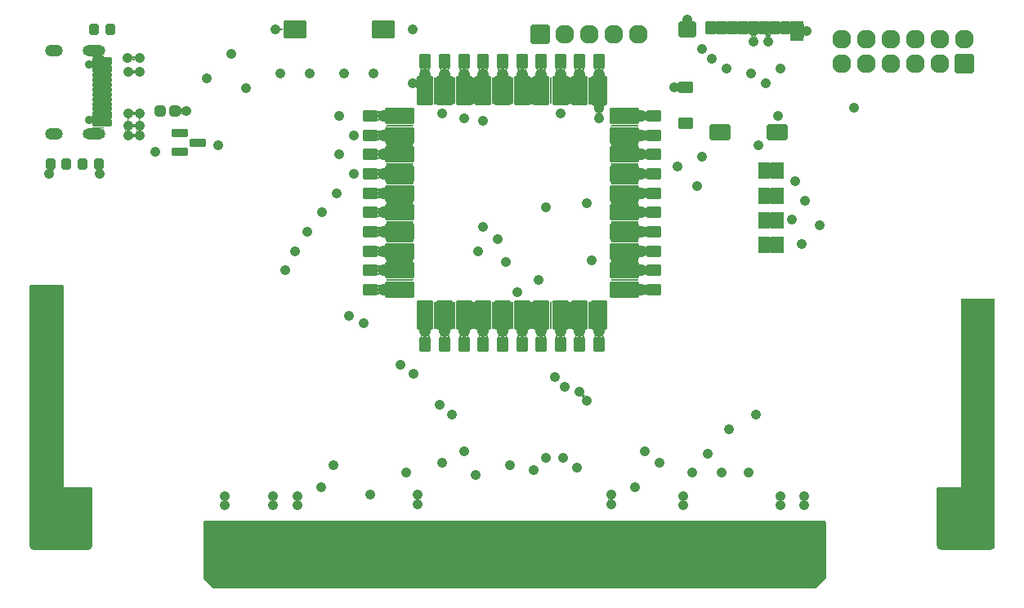
<source format=gts>
G04 #@! TF.GenerationSoftware,KiCad,Pcbnew,(6.0.5)*
G04 #@! TF.CreationDate,2022-06-22T00:44:10+02:00*
G04 #@! TF.ProjectId,picocart64_v1,7069636f-6361-4727-9436-345f76312e6b,rev?*
G04 #@! TF.SameCoordinates,Original*
G04 #@! TF.FileFunction,Soldermask,Top*
G04 #@! TF.FilePolarity,Negative*
%FSLAX46Y46*%
G04 Gerber Fmt 4.6, Leading zero omitted, Abs format (unit mm)*
G04 Created by KiCad (PCBNEW (6.0.5)) date 2022-06-22 00:44:10*
%MOMM*%
%LPD*%
G01*
G04 APERTURE LIST*
G04 Aperture macros list*
%AMRoundRect*
0 Rectangle with rounded corners*
0 $1 Rounding radius*
0 $2 $3 $4 $5 $6 $7 $8 $9 X,Y pos of 4 corners*
0 Add a 4 corners polygon primitive as box body*
4,1,4,$2,$3,$4,$5,$6,$7,$8,$9,$2,$3,0*
0 Add four circle primitives for the rounded corners*
1,1,$1+$1,$2,$3*
1,1,$1+$1,$4,$5*
1,1,$1+$1,$6,$7*
1,1,$1+$1,$8,$9*
0 Add four rect primitives between the rounded corners*
20,1,$1+$1,$2,$3,$4,$5,0*
20,1,$1+$1,$4,$5,$6,$7,0*
20,1,$1+$1,$6,$7,$8,$9,0*
20,1,$1+$1,$8,$9,$2,$3,0*%
%AMFreePoly0*
4,1,18,0.570283,0.859363,0.608167,0.822111,1.108167,0.072111,1.129982,0.002184,1.108167,-0.072111,0.608167,-0.822111,0.552009,-0.869143,0.500000,-0.880000,-0.500000,-0.880000,-0.570283,-0.859363,-0.618252,-0.804004,-0.630000,-0.750000,-0.630000,0.750000,-0.609363,0.820283,-0.554004,0.868252,-0.500000,0.880000,0.500000,0.880000,0.570283,0.859363,0.570283,0.859363,$1*%
%AMFreePoly1*
4,1,20,0.570283,0.859363,0.618252,0.804004,0.630000,0.750000,0.630000,-0.750000,0.609363,-0.820283,0.554004,-0.868252,0.500000,-0.880000,-0.650000,-0.880000,-0.720283,-0.859363,-0.768252,-0.804004,-0.778677,-0.731499,-0.758167,-0.677889,-0.306241,0.000000,-0.758167,0.677889,-0.779982,0.747816,-0.760528,0.818436,-0.705983,0.867328,-0.650000,0.880000,0.500000,0.880000,0.570283,0.859363,
0.570283,0.859363,$1*%
G04 Aperture macros list end*
%ADD10C,1.610000*%
%ADD11RoundRect,0.130000X-0.650000X-0.450000X0.650000X-0.450000X0.650000X0.450000X-0.650000X0.450000X0*%
%ADD12O,2.260000X1.210000*%
%ADD13RoundRect,0.130000X-1.400000X-0.750000X1.400000X-0.750000X1.400000X0.750000X-1.400000X0.750000X0*%
%ADD14O,1.610000X1.610000*%
%ADD15RoundRect,0.130000X-0.750000X1.400000X-0.750000X-1.400000X0.750000X-1.400000X0.750000X1.400000X0*%
%ADD16RoundRect,0.130000X0.450000X-0.650000X0.450000X0.650000X-0.450000X0.650000X-0.450000X-0.650000X0*%
%ADD17O,1.210000X2.260000*%
%ADD18RoundRect,0.130000X0.650000X0.450000X-0.650000X0.450000X-0.650000X-0.450000X0.650000X-0.450000X0*%
%ADD19RoundRect,0.130000X-0.450000X0.650000X-0.450000X-0.650000X0.450000X-0.650000X0.450000X0.650000X0*%
%ADD20C,2.760000*%
%ADD21FreePoly0,0.000000*%
%ADD22FreePoly1,0.000000*%
%ADD23RoundRect,0.130000X0.850000X-0.850000X0.850000X0.850000X-0.850000X0.850000X-0.850000X-0.850000X0*%
%ADD24O,1.960000X1.960000*%
%ADD25C,0.910000*%
%ADD26RoundRect,0.130000X-0.875000X0.150000X-0.875000X-0.150000X0.875000X-0.150000X0.875000X0.150000X0*%
%ADD27O,2.360000X1.160000*%
%ADD28O,1.860000X1.260000*%
%ADD29RoundRect,0.330000X-0.200000X-0.275000X0.200000X-0.275000X0.200000X0.275000X-0.200000X0.275000X0*%
%ADD30RoundRect,0.130000X-0.425000X-0.550000X0.425000X-0.550000X0.425000X0.550000X-0.425000X0.550000X0*%
%ADD31RoundRect,0.130000X-0.375000X-0.550000X0.375000X-0.550000X0.375000X0.550000X-0.375000X0.550000X0*%
%ADD32RoundRect,0.130000X-0.600000X-0.500000X0.600000X-0.500000X0.600000X0.500000X-0.600000X0.500000X0*%
%ADD33RoundRect,0.130000X-0.950000X-0.675000X0.950000X-0.675000X0.950000X0.675000X-0.950000X0.675000X0*%
%ADD34RoundRect,0.130000X-0.585000X-0.900000X0.585000X-0.900000X0.585000X0.900000X-0.585000X0.900000X0*%
%ADD35RoundRect,0.130000X-0.775000X-0.675000X0.775000X-0.675000X0.775000X0.675000X-0.775000X0.675000X0*%
%ADD36RoundRect,0.330000X0.200000X0.275000X-0.200000X0.275000X-0.200000X-0.275000X0.200000X-0.275000X0*%
%ADD37RoundRect,0.130000X-1.090000X-0.800000X1.090000X-0.800000X1.090000X0.800000X-1.090000X0.800000X0*%
%ADD38RoundRect,0.280000X-0.587500X-0.150000X0.587500X-0.150000X0.587500X0.150000X-0.587500X0.150000X0*%
%ADD39RoundRect,0.130000X-0.850000X0.850000X-0.850000X-0.850000X0.850000X-0.850000X0.850000X0.850000X0*%
%ADD40RoundRect,0.348750X-0.218750X-0.256250X0.218750X-0.256250X0.218750X0.256250X-0.218750X0.256250X0*%
%ADD41C,1.060000*%
G04 APERTURE END LIST*
D10*
X139000000Y-71000000D03*
D11*
X135300000Y-71000000D03*
D12*
X137150000Y-71000000D03*
D13*
X138350000Y-71000000D03*
X138350000Y-73000000D03*
D14*
X139000000Y-73000000D03*
D12*
X137150000Y-73000000D03*
D11*
X135300000Y-73000000D03*
D12*
X137150000Y-75000000D03*
D13*
X138350000Y-75000000D03*
D14*
X139000000Y-75000000D03*
D11*
X135300000Y-75000000D03*
D14*
X139000000Y-77000000D03*
D13*
X138350000Y-77000000D03*
D12*
X137150000Y-77000000D03*
D11*
X135300000Y-77000000D03*
X135300000Y-79000000D03*
D13*
X138350000Y-79000000D03*
D12*
X137150000Y-79000000D03*
D14*
X139000000Y-79000000D03*
X139000000Y-81000000D03*
D11*
X135300000Y-81000000D03*
D12*
X137150000Y-81000000D03*
D13*
X138350000Y-81000000D03*
D12*
X137150000Y-83000000D03*
D13*
X138350000Y-83000000D03*
D14*
X139000000Y-83000000D03*
D11*
X135300000Y-83000000D03*
D14*
X139000000Y-85000000D03*
D12*
X137150000Y-85000000D03*
D13*
X138350000Y-85000000D03*
D11*
X135300000Y-85000000D03*
D12*
X137150000Y-87000000D03*
D11*
X135300000Y-87000000D03*
D14*
X139000000Y-87000000D03*
D13*
X138350000Y-87000000D03*
D14*
X139000000Y-89000000D03*
D13*
X138350000Y-89000000D03*
D12*
X137150000Y-89000000D03*
D11*
X135300000Y-89000000D03*
D15*
X141000000Y-91650000D03*
D16*
X141000000Y-94700000D03*
D14*
X141000000Y-91000000D03*
D17*
X141000000Y-92850000D03*
D14*
X143000000Y-91000000D03*
D15*
X143000000Y-91650000D03*
D17*
X143000000Y-92850000D03*
D16*
X143000000Y-94700000D03*
D14*
X145000000Y-91000000D03*
D15*
X145000000Y-91650000D03*
D16*
X145000000Y-94700000D03*
D17*
X145000000Y-92850000D03*
D16*
X147000000Y-94700000D03*
D14*
X147000000Y-91000000D03*
D17*
X147000000Y-92850000D03*
D15*
X147000000Y-91650000D03*
D16*
X149000000Y-94700000D03*
D14*
X149000000Y-91000000D03*
D15*
X149000000Y-91650000D03*
D17*
X149000000Y-92850000D03*
D15*
X151000000Y-91650000D03*
D14*
X151000000Y-91000000D03*
D16*
X151000000Y-94700000D03*
D17*
X151000000Y-92850000D03*
D14*
X153000000Y-91000000D03*
D15*
X153000000Y-91650000D03*
D16*
X153000000Y-94700000D03*
D17*
X153000000Y-92850000D03*
D16*
X155000000Y-94700000D03*
D17*
X155000000Y-92850000D03*
D14*
X155000000Y-91000000D03*
D15*
X155000000Y-91650000D03*
D17*
X157000000Y-92850000D03*
D15*
X157000000Y-91650000D03*
D16*
X157000000Y-94700000D03*
D14*
X157000000Y-91000000D03*
D15*
X159000000Y-91650000D03*
D16*
X159000000Y-94700000D03*
D14*
X159000000Y-91000000D03*
D17*
X159000000Y-92850000D03*
D14*
X161000000Y-89000000D03*
D13*
X161650000Y-89000000D03*
D18*
X164700000Y-89000000D03*
D12*
X162850000Y-89000000D03*
D14*
X161000000Y-87000000D03*
D18*
X164700000Y-87000000D03*
D13*
X161650000Y-87000000D03*
D12*
X162850000Y-87000000D03*
D14*
X161000000Y-85000000D03*
D18*
X164700000Y-85000000D03*
D12*
X162850000Y-85000000D03*
D13*
X161650000Y-85000000D03*
X161650000Y-83000000D03*
D14*
X161000000Y-83000000D03*
D18*
X164700000Y-83000000D03*
D12*
X162850000Y-83000000D03*
D18*
X164700000Y-81000000D03*
D14*
X161000000Y-81000000D03*
D13*
X161650000Y-81000000D03*
D12*
X162850000Y-81000000D03*
D18*
X164700000Y-79000000D03*
D13*
X161650000Y-79000000D03*
D12*
X162850000Y-79000000D03*
D14*
X161000000Y-79000000D03*
X161000000Y-77000000D03*
D13*
X161650000Y-77000000D03*
D18*
X164700000Y-77000000D03*
D12*
X162850000Y-77000000D03*
D14*
X161000000Y-75000000D03*
D18*
X164700000Y-75000000D03*
D13*
X161650000Y-75000000D03*
D12*
X162850000Y-75000000D03*
D14*
X161000000Y-73000000D03*
D18*
X164700000Y-73000000D03*
D13*
X161650000Y-73000000D03*
D12*
X162850000Y-73000000D03*
D18*
X164700000Y-71000000D03*
D12*
X162850000Y-71000000D03*
D14*
X161000000Y-71000000D03*
D13*
X161650000Y-71000000D03*
D19*
X159000000Y-65300000D03*
D15*
X159000000Y-68350000D03*
D14*
X159000000Y-69000000D03*
D17*
X159000000Y-67150000D03*
X157000000Y-67150000D03*
D19*
X157000000Y-65300000D03*
D15*
X157000000Y-68350000D03*
D14*
X157000000Y-69000000D03*
X155000000Y-69000000D03*
D15*
X155000000Y-68350000D03*
D19*
X155000000Y-65300000D03*
D17*
X155000000Y-67150000D03*
D14*
X153000000Y-69000000D03*
D17*
X153000000Y-67150000D03*
D19*
X153000000Y-65300000D03*
D15*
X153000000Y-68350000D03*
X151000000Y-68350000D03*
D19*
X151000000Y-65300000D03*
D14*
X151000000Y-69000000D03*
D17*
X151000000Y-67150000D03*
X149000000Y-67150000D03*
D15*
X149000000Y-68350000D03*
D14*
X149000000Y-69000000D03*
D19*
X149000000Y-65300000D03*
D14*
X147000000Y-69000000D03*
D15*
X147000000Y-68350000D03*
D17*
X147000000Y-67150000D03*
D19*
X147000000Y-65300000D03*
X145000000Y-65300000D03*
D17*
X145000000Y-67150000D03*
D15*
X145000000Y-68350000D03*
D14*
X145000000Y-69000000D03*
D19*
X143000000Y-65300000D03*
D14*
X143000000Y-69000000D03*
D15*
X143000000Y-68350000D03*
D17*
X143000000Y-67150000D03*
D19*
X141000000Y-65300000D03*
D15*
X141000000Y-68350000D03*
D17*
X141000000Y-67150000D03*
D14*
X141000000Y-69000000D03*
D20*
X102850000Y-112600000D03*
X197650000Y-112600000D03*
D21*
X176059000Y-84378800D03*
D22*
X177509000Y-84378800D03*
D23*
X152913000Y-62484000D03*
D24*
X155453000Y-62484000D03*
X157993000Y-62484000D03*
X160533000Y-62484000D03*
X163073000Y-62484000D03*
D21*
X176059000Y-81813400D03*
D22*
X177509000Y-81813400D03*
D25*
X106204000Y-71405000D03*
X106204000Y-65625000D03*
D26*
X107544000Y-65165000D03*
X107544000Y-65965000D03*
X107544000Y-67265000D03*
X107544000Y-68265000D03*
X107544000Y-68765000D03*
X107544000Y-69765000D03*
X107544000Y-71065000D03*
X107544000Y-71865000D03*
X107544000Y-71565000D03*
X107544000Y-70765000D03*
X107544000Y-70265000D03*
X107544000Y-69265000D03*
X107544000Y-67765000D03*
X107544000Y-66765000D03*
X107544000Y-66265000D03*
X107544000Y-65465000D03*
D27*
X106704000Y-64195000D03*
D28*
X102524000Y-64195000D03*
D27*
X106704000Y-72835000D03*
D28*
X102524000Y-72835000D03*
D29*
X105500000Y-76000000D03*
X107150000Y-76000000D03*
D30*
X170631000Y-61860000D03*
X171731000Y-61860000D03*
X172831000Y-61860000D03*
X173931000Y-61860000D03*
X175031000Y-61860000D03*
X176131000Y-61860000D03*
X177231000Y-61860000D03*
D31*
X178281000Y-61860000D03*
D32*
X167996000Y-68010000D03*
X167996000Y-71710000D03*
D33*
X177466000Y-72685000D03*
X171496000Y-72685000D03*
D34*
X179491000Y-62210000D03*
D35*
X168171000Y-61985000D03*
D36*
X108325000Y-62000000D03*
X106675000Y-62000000D03*
D37*
X127490000Y-61976000D03*
X136670000Y-61976000D03*
D21*
X176059000Y-79248000D03*
D22*
X177509000Y-79248000D03*
D21*
X176059000Y-76682600D03*
D22*
X177509000Y-76682600D03*
D36*
X103825000Y-76000000D03*
X102175000Y-76000000D03*
D38*
X115562500Y-72800000D03*
X115562500Y-74700000D03*
X117437500Y-73750000D03*
D39*
X196825000Y-65569000D03*
D24*
X196825000Y-63029000D03*
X194285000Y-65569000D03*
X194285000Y-63029000D03*
X191745000Y-65569000D03*
X191745000Y-63029000D03*
X189205000Y-65569000D03*
X189205000Y-63029000D03*
X186665000Y-65569000D03*
X186665000Y-63029000D03*
X184125000Y-65569000D03*
X184125000Y-63029000D03*
D40*
X113500000Y-70500000D03*
X115075000Y-70500000D03*
D41*
X110200000Y-73001800D03*
X110200000Y-72001800D03*
X111400000Y-72001800D03*
X111400000Y-73001800D03*
X102108000Y-105156000D03*
X180250000Y-111350000D03*
X180250000Y-110400000D03*
X177750000Y-111350000D03*
X177750000Y-110400000D03*
X167750000Y-110400000D03*
X167750000Y-111350000D03*
X127750000Y-111350000D03*
X127750000Y-110400000D03*
X125250000Y-110400000D03*
X125250000Y-111350000D03*
X120250000Y-111350000D03*
X120250000Y-110400000D03*
X198000000Y-108000000D03*
X159000000Y-70250000D03*
X122428000Y-68072000D03*
X110179000Y-65001800D03*
X159000000Y-71250000D03*
X107250000Y-77000000D03*
X111379000Y-65001800D03*
X129032000Y-66548000D03*
X168148000Y-60960000D03*
X120904000Y-64516000D03*
X132588000Y-66548000D03*
X198000000Y-109000000D03*
X180500000Y-62172300D03*
X177500000Y-71000000D03*
X166750000Y-68000000D03*
X118364000Y-67056000D03*
X125984000Y-66548000D03*
X125476000Y-61976000D03*
X102000000Y-77000000D03*
X176500000Y-63250000D03*
X102108000Y-106680000D03*
X135636000Y-66548000D03*
X113000000Y-74750000D03*
X174752000Y-66548000D03*
X148500000Y-83750000D03*
X157734000Y-80010000D03*
X138430000Y-96774000D03*
X179324000Y-77724000D03*
X142500000Y-101000000D03*
X150500000Y-89250000D03*
X160241000Y-110259000D03*
X119500000Y-74000000D03*
X140241000Y-110259000D03*
X140241000Y-111259000D03*
X160241000Y-111252000D03*
X139750000Y-97750000D03*
X179000000Y-81750000D03*
X135250000Y-110250000D03*
X158250000Y-86000000D03*
X149352000Y-86106000D03*
X143750000Y-102000000D03*
X152750000Y-88000000D03*
X139000000Y-108000000D03*
X116250000Y-70500000D03*
X155000000Y-70750000D03*
X132080000Y-71000000D03*
X175250000Y-102000000D03*
X172500000Y-103500000D03*
X133604000Y-73000000D03*
X170250000Y-106045000D03*
X132080000Y-75000000D03*
X165250000Y-107000000D03*
X133604000Y-77000000D03*
X155250000Y-106500000D03*
X131826000Y-78994000D03*
X152250000Y-107750000D03*
X130302000Y-81000000D03*
X128778000Y-83000000D03*
X145000000Y-105750000D03*
X127508000Y-85000000D03*
X142750000Y-107000000D03*
X126500000Y-87000000D03*
X146250000Y-108204000D03*
X149750000Y-107250000D03*
X153500000Y-106500000D03*
X163750000Y-105750000D03*
X168656000Y-107950000D03*
X171704000Y-107950000D03*
X174498000Y-107950000D03*
X162750000Y-109500000D03*
X154432000Y-98044000D03*
X156750000Y-107500000D03*
X155448000Y-99060000D03*
X156972000Y-99568000D03*
X157750000Y-100500000D03*
X146500000Y-85000000D03*
X134620000Y-92456000D03*
X131500000Y-107250000D03*
X147000000Y-71500000D03*
X145000000Y-71250000D03*
X142750000Y-70750000D03*
X139700000Y-67564000D03*
X139700000Y-61976000D03*
X133096000Y-91694000D03*
X147000000Y-82500000D03*
X130250000Y-109500000D03*
X153500000Y-80500000D03*
X180000000Y-84250000D03*
X110200000Y-66401800D03*
X111400000Y-70701800D03*
X110200000Y-70701800D03*
X111400000Y-66401800D03*
X167132000Y-76250000D03*
X175006000Y-63250000D03*
X177800000Y-66040000D03*
X175500000Y-74000000D03*
X185420000Y-70104000D03*
X176276000Y-67564000D03*
X169672000Y-75184000D03*
X170688000Y-65024000D03*
X180340000Y-79756000D03*
X172212000Y-66040000D03*
X169164000Y-78232000D03*
X181864000Y-82296000D03*
X169672000Y-64008000D03*
G36*
X199942121Y-90020002D02*
G01*
X199988614Y-90073658D01*
X200000000Y-90126000D01*
X200000000Y-109728000D01*
X199979998Y-109796121D01*
X199926342Y-109842614D01*
X199874000Y-109854000D01*
X196503088Y-109854000D01*
X196496906Y-109853848D01*
X196481291Y-109853081D01*
X196468985Y-109851869D01*
X196456574Y-109850028D01*
X196444448Y-109847616D01*
X196432267Y-109844565D01*
X196420435Y-109840976D01*
X196408629Y-109836752D01*
X196397202Y-109832019D01*
X196385859Y-109826654D01*
X196374948Y-109820822D01*
X196364190Y-109814373D01*
X196353921Y-109807511D01*
X196343837Y-109800033D01*
X196334267Y-109792179D01*
X196324975Y-109783756D01*
X196316244Y-109775025D01*
X196307821Y-109765733D01*
X196299967Y-109756163D01*
X196292489Y-109746079D01*
X196285627Y-109735810D01*
X196279178Y-109725052D01*
X196273346Y-109714141D01*
X196267981Y-109702798D01*
X196263248Y-109691371D01*
X196259024Y-109679565D01*
X196255435Y-109667733D01*
X196252650Y-109656614D01*
X196255501Y-109585674D01*
X196296253Y-109527538D01*
X196361966Y-109500663D01*
X196374874Y-109500000D01*
X196481885Y-109500000D01*
X196497124Y-109495525D01*
X196498329Y-109494135D01*
X196500000Y-109486452D01*
X196500000Y-90126000D01*
X196520002Y-90057879D01*
X196573658Y-90011386D01*
X196626000Y-90000000D01*
X199874000Y-90000000D01*
X199942121Y-90020002D01*
G37*
G36*
X103442121Y-88520002D02*
G01*
X103488614Y-88573658D01*
X103500000Y-88626000D01*
X103500000Y-109481885D01*
X103504475Y-109497124D01*
X103505865Y-109498329D01*
X103513548Y-109500000D01*
X103520838Y-109500000D01*
X103588959Y-109520002D01*
X103635452Y-109573658D01*
X103645556Y-109643932D01*
X103616062Y-109708512D01*
X103556336Y-109746896D01*
X103539329Y-109750636D01*
X103531018Y-109751869D01*
X103518709Y-109753081D01*
X103503094Y-109753848D01*
X103496912Y-109754000D01*
X100126000Y-109754000D01*
X100057879Y-109733998D01*
X100011386Y-109680342D01*
X100000000Y-109628000D01*
X100000000Y-88626000D01*
X100020002Y-88557879D01*
X100073658Y-88511386D01*
X100126000Y-88500000D01*
X103374000Y-88500000D01*
X103442121Y-88520002D01*
G37*
G36*
X182442121Y-113020002D02*
G01*
X182488614Y-113073658D01*
X182500000Y-113126000D01*
X182500000Y-118947810D01*
X182479998Y-119015931D01*
X182463095Y-119036905D01*
X181536905Y-119963095D01*
X181474593Y-119997121D01*
X181447810Y-120000000D01*
X119052190Y-120000000D01*
X118984069Y-119979998D01*
X118963095Y-119963095D01*
X118036905Y-119036905D01*
X118002879Y-118974593D01*
X118000000Y-118947810D01*
X118000000Y-113126000D01*
X118020002Y-113057879D01*
X118073658Y-113011386D01*
X118126000Y-113000000D01*
X182374000Y-113000000D01*
X182442121Y-113020002D01*
G37*
G36*
X199942121Y-109266002D02*
G01*
X199988614Y-109319658D01*
X200000000Y-109372000D01*
X200000000Y-115491742D01*
X199998922Y-115508188D01*
X199985128Y-115612963D01*
X199976615Y-115644735D01*
X199939361Y-115734674D01*
X199922914Y-115763160D01*
X199863651Y-115840393D01*
X199840393Y-115863651D01*
X199763160Y-115922914D01*
X199734674Y-115939361D01*
X199644735Y-115976615D01*
X199612963Y-115985128D01*
X199508188Y-115998922D01*
X199491742Y-116000000D01*
X194508258Y-116000000D01*
X194491812Y-115998922D01*
X194387037Y-115985128D01*
X194355265Y-115976615D01*
X194265326Y-115939361D01*
X194236840Y-115922914D01*
X194159607Y-115863651D01*
X194136349Y-115840393D01*
X194077086Y-115763160D01*
X194060639Y-115734674D01*
X194023385Y-115644735D01*
X194014872Y-115612963D01*
X194001078Y-115508188D01*
X194000000Y-115491742D01*
X194000000Y-109626000D01*
X194020002Y-109557879D01*
X194073658Y-109511386D01*
X194126000Y-109500000D01*
X196481885Y-109500000D01*
X196497124Y-109495525D01*
X196498329Y-109494135D01*
X196500000Y-109486452D01*
X196500000Y-109372000D01*
X196520002Y-109303879D01*
X196573658Y-109257386D01*
X196626000Y-109246000D01*
X199874000Y-109246000D01*
X199942121Y-109266002D01*
G37*
G36*
X103442121Y-109266002D02*
G01*
X103488614Y-109319658D01*
X103500000Y-109372000D01*
X103500000Y-109481885D01*
X103504475Y-109497124D01*
X103505865Y-109498329D01*
X103513548Y-109500000D01*
X106374000Y-109500000D01*
X106442121Y-109520002D01*
X106488614Y-109573658D01*
X106500000Y-109626000D01*
X106500000Y-115491742D01*
X106498922Y-115508188D01*
X106485128Y-115612963D01*
X106476615Y-115644735D01*
X106439361Y-115734674D01*
X106422914Y-115763160D01*
X106363651Y-115840393D01*
X106340393Y-115863651D01*
X106263160Y-115922914D01*
X106234674Y-115939361D01*
X106144735Y-115976615D01*
X106112963Y-115985128D01*
X106008188Y-115998922D01*
X105991742Y-116000000D01*
X100508258Y-116000000D01*
X100491812Y-115998922D01*
X100387037Y-115985128D01*
X100355265Y-115976615D01*
X100265326Y-115939361D01*
X100236840Y-115922914D01*
X100159607Y-115863651D01*
X100136349Y-115840393D01*
X100077086Y-115763160D01*
X100060639Y-115734674D01*
X100023385Y-115644735D01*
X100014872Y-115612963D01*
X100001078Y-115508188D01*
X100000000Y-115491742D01*
X100000000Y-109372000D01*
X100020002Y-109303879D01*
X100073658Y-109257386D01*
X100126000Y-109246000D01*
X103374000Y-109246000D01*
X103442121Y-109266002D01*
G37*
G36*
X182480771Y-112993068D02*
G01*
X182499430Y-112998068D01*
X182500718Y-112999356D01*
X182501000Y-112999356D01*
X182501932Y-113000570D01*
X182506932Y-113019231D01*
X182507000Y-113019749D01*
X182507000Y-118980253D01*
X182506932Y-118980771D01*
X182501932Y-118999432D01*
X182501510Y-118999854D01*
X182501535Y-118999879D01*
X182501535Y-119000915D01*
X182499000Y-119010375D01*
X182498654Y-119011075D01*
X182498167Y-119011709D01*
X182497995Y-119011905D01*
X181518916Y-119990984D01*
X181518502Y-119991302D01*
X181501769Y-120000963D01*
X181501169Y-120000963D01*
X181501169Y-120001000D01*
X181500437Y-120001732D01*
X181491957Y-120006628D01*
X181491219Y-120006879D01*
X181490431Y-120006983D01*
X181490169Y-120007000D01*
X119019749Y-120007000D01*
X119019231Y-120006932D01*
X119000571Y-120001932D01*
X119000146Y-120001507D01*
X119000119Y-120001533D01*
X118999083Y-120001533D01*
X118989625Y-119998999D01*
X118988926Y-119998654D01*
X118988290Y-119998166D01*
X118988093Y-119997993D01*
X118009016Y-119018916D01*
X118008698Y-119018502D01*
X117999037Y-119001769D01*
X117999037Y-119001169D01*
X117999000Y-119001169D01*
X117998268Y-119000437D01*
X117997599Y-118999279D01*
X118002000Y-118999279D01*
X118002183Y-118999355D01*
X119000904Y-119998076D01*
X119001089Y-119998000D01*
X181499279Y-119998000D01*
X181499355Y-119997817D01*
X182498076Y-118999096D01*
X182498000Y-118998914D01*
X182498000Y-113002000D01*
X118002000Y-113002000D01*
X118002000Y-118999279D01*
X117997599Y-118999279D01*
X117993372Y-118991957D01*
X117993121Y-118991219D01*
X117993017Y-118990431D01*
X117993000Y-118990169D01*
X117993000Y-113019749D01*
X117993068Y-113019231D01*
X117998068Y-113000570D01*
X117999356Y-112999282D01*
X117999356Y-112999000D01*
X118000570Y-112998068D01*
X118019231Y-112993068D01*
X118019749Y-112993000D01*
X182480253Y-112993000D01*
X182480771Y-112993068D01*
G37*
G36*
X103480771Y-88493068D02*
G01*
X103499430Y-88498068D01*
X103500718Y-88499356D01*
X103501000Y-88499356D01*
X103501932Y-88500570D01*
X103506932Y-88519231D01*
X103507000Y-88519749D01*
X103507000Y-109344737D01*
X103526890Y-109418967D01*
X103581034Y-109473110D01*
X103655263Y-109493000D01*
X106480253Y-109493000D01*
X106480771Y-109493068D01*
X106499430Y-109498068D01*
X106500718Y-109499356D01*
X106501000Y-109499356D01*
X106501932Y-109500570D01*
X106506932Y-109519231D01*
X106507000Y-109519749D01*
X106507000Y-115495088D01*
X106506996Y-115495219D01*
X106506312Y-115505649D01*
X106506299Y-115505779D01*
X106491186Y-115620576D01*
X106491135Y-115620833D01*
X106485751Y-115640926D01*
X106485667Y-115641173D01*
X106443243Y-115743595D01*
X106443127Y-115743830D01*
X106432727Y-115761842D01*
X106432582Y-115762060D01*
X106365089Y-115850018D01*
X106364916Y-115850214D01*
X106350214Y-115864916D01*
X106350018Y-115865089D01*
X106262060Y-115932582D01*
X106261842Y-115932727D01*
X106243830Y-115943127D01*
X106243595Y-115943243D01*
X106141173Y-115985667D01*
X106140926Y-115985751D01*
X106120833Y-115991135D01*
X106120576Y-115991186D01*
X106005779Y-116006299D01*
X106005649Y-116006312D01*
X105995219Y-116006996D01*
X105995088Y-116007000D01*
X100504912Y-116007000D01*
X100504781Y-116006996D01*
X100494351Y-116006312D01*
X100494221Y-116006299D01*
X100379424Y-115991186D01*
X100379167Y-115991135D01*
X100359074Y-115985751D01*
X100358827Y-115985667D01*
X100256405Y-115943243D01*
X100256170Y-115943127D01*
X100238158Y-115932727D01*
X100237940Y-115932582D01*
X100149982Y-115865089D01*
X100149786Y-115864916D01*
X100135084Y-115850214D01*
X100134911Y-115850018D01*
X100067418Y-115762060D01*
X100067273Y-115761842D01*
X100056873Y-115743830D01*
X100056757Y-115743595D01*
X100014333Y-115641173D01*
X100014249Y-115640926D01*
X100008865Y-115620833D01*
X100008814Y-115620576D01*
X99993701Y-115505779D01*
X99993688Y-115505649D01*
X99993309Y-115499868D01*
X100002000Y-115499868D01*
X100018986Y-115628888D01*
X100068733Y-115748990D01*
X100147874Y-115852126D01*
X100251010Y-115931267D01*
X100371112Y-115981014D01*
X100500132Y-115998000D01*
X105999868Y-115998000D01*
X106128888Y-115981014D01*
X106248990Y-115931267D01*
X106352126Y-115852126D01*
X106431267Y-115748990D01*
X106481014Y-115628888D01*
X106498000Y-115499868D01*
X106498000Y-109502000D01*
X103500000Y-109502000D01*
X103498268Y-109501000D01*
X103498000Y-109500000D01*
X103498000Y-88502000D01*
X100002000Y-88502000D01*
X100002000Y-115499868D01*
X99993309Y-115499868D01*
X99993004Y-115495219D01*
X99993000Y-115495088D01*
X99993000Y-88519749D01*
X99993068Y-88519231D01*
X99998068Y-88500570D01*
X99999356Y-88499282D01*
X99999356Y-88499000D01*
X100000570Y-88498068D01*
X100019231Y-88493068D01*
X100019749Y-88493000D01*
X103480253Y-88493000D01*
X103480771Y-88493068D01*
G37*
G36*
X199980771Y-89993068D02*
G01*
X199999430Y-89998068D01*
X200000718Y-89999356D01*
X200001000Y-89999356D01*
X200001932Y-90000570D01*
X200006932Y-90019231D01*
X200007000Y-90019749D01*
X200007000Y-115495088D01*
X200006996Y-115495219D01*
X200006312Y-115505649D01*
X200006299Y-115505779D01*
X199991186Y-115620576D01*
X199991135Y-115620833D01*
X199985751Y-115640926D01*
X199985667Y-115641173D01*
X199943243Y-115743595D01*
X199943127Y-115743830D01*
X199932727Y-115761842D01*
X199932582Y-115762060D01*
X199865089Y-115850018D01*
X199864916Y-115850214D01*
X199850214Y-115864916D01*
X199850018Y-115865089D01*
X199762060Y-115932582D01*
X199761842Y-115932727D01*
X199743830Y-115943127D01*
X199743595Y-115943243D01*
X199641173Y-115985667D01*
X199640926Y-115985751D01*
X199620833Y-115991135D01*
X199620576Y-115991186D01*
X199505779Y-116006299D01*
X199505649Y-116006312D01*
X199495219Y-116006996D01*
X199495088Y-116007000D01*
X194504912Y-116007000D01*
X194504781Y-116006996D01*
X194494351Y-116006312D01*
X194494221Y-116006299D01*
X194379424Y-115991186D01*
X194379167Y-115991135D01*
X194359074Y-115985751D01*
X194358827Y-115985667D01*
X194256405Y-115943243D01*
X194256170Y-115943127D01*
X194238158Y-115932727D01*
X194237940Y-115932582D01*
X194149982Y-115865089D01*
X194149786Y-115864916D01*
X194135084Y-115850214D01*
X194134911Y-115850018D01*
X194067418Y-115762060D01*
X194067273Y-115761842D01*
X194056873Y-115743830D01*
X194056757Y-115743595D01*
X194014333Y-115641173D01*
X194014249Y-115640926D01*
X194008865Y-115620833D01*
X194008814Y-115620576D01*
X193993701Y-115505779D01*
X193993688Y-115505649D01*
X193993309Y-115499868D01*
X194002000Y-115499868D01*
X194018986Y-115628888D01*
X194068733Y-115748990D01*
X194147874Y-115852126D01*
X194251010Y-115931267D01*
X194371112Y-115981014D01*
X194500132Y-115998000D01*
X199499868Y-115998000D01*
X199628888Y-115981014D01*
X199748990Y-115931267D01*
X199852126Y-115852126D01*
X199931267Y-115748990D01*
X199981014Y-115628888D01*
X199998000Y-115499868D01*
X199998000Y-90002000D01*
X196502000Y-90002000D01*
X196502000Y-109500000D01*
X196501000Y-109501732D01*
X196500000Y-109502000D01*
X194002000Y-109502000D01*
X194002000Y-115499868D01*
X193993309Y-115499868D01*
X193993004Y-115495219D01*
X193993000Y-115495088D01*
X193993000Y-109519749D01*
X193993068Y-109519231D01*
X193998068Y-109500570D01*
X193999356Y-109499282D01*
X193999356Y-109499000D01*
X194000570Y-109498068D01*
X194019231Y-109493068D01*
X194019749Y-109493000D01*
X196344737Y-109493000D01*
X196418967Y-109473110D01*
X196473110Y-109418967D01*
X196493000Y-109344737D01*
X196493000Y-90019749D01*
X196493068Y-90019231D01*
X196498068Y-90000570D01*
X196499356Y-89999282D01*
X196499356Y-89999000D01*
X196500570Y-89998068D01*
X196519231Y-89993068D01*
X196519749Y-89993000D01*
X199980253Y-89993000D01*
X199980771Y-89993068D01*
G37*
G36*
X139900220Y-110657324D02*
G01*
X139977010Y-110716247D01*
X140075763Y-110757152D01*
X140076981Y-110758739D01*
X140076216Y-110760587D01*
X140075763Y-110760848D01*
X139977010Y-110801753D01*
X139891097Y-110867676D01*
X139889114Y-110867937D01*
X139887896Y-110866350D01*
X139888219Y-110864974D01*
X139927289Y-110806830D01*
X139932498Y-110730435D01*
X139898715Y-110661477D01*
X139897573Y-110660310D01*
X139897076Y-110658373D01*
X139898505Y-110656974D01*
X139900220Y-110657324D01*
G37*
G36*
X159897826Y-110655487D02*
G01*
X159977010Y-110716247D01*
X160067314Y-110753652D01*
X160068532Y-110755239D01*
X160067767Y-110757087D01*
X160067314Y-110757348D01*
X159977010Y-110794753D01*
X159887740Y-110863252D01*
X159885757Y-110863513D01*
X159884539Y-110861926D01*
X159884862Y-110860549D01*
X159923362Y-110803257D01*
X159928570Y-110726863D01*
X159894812Y-110657954D01*
X159894948Y-110655958D01*
X159896744Y-110655079D01*
X159897826Y-110655487D01*
G37*
G36*
X140595406Y-110650651D02*
G01*
X140595071Y-110652045D01*
X140555373Y-110709806D01*
X140549366Y-110786144D01*
X140582419Y-110855441D01*
X140585209Y-110858290D01*
X140585706Y-110860227D01*
X140584277Y-110861626D01*
X140582562Y-110861276D01*
X140504990Y-110801753D01*
X140406237Y-110760848D01*
X140405019Y-110759261D01*
X140405784Y-110757413D01*
X140406237Y-110757152D01*
X140504990Y-110716247D01*
X140592205Y-110649325D01*
X140594188Y-110649064D01*
X140595406Y-110650651D01*
G37*
G36*
X160598910Y-110647962D02*
G01*
X160598575Y-110649356D01*
X160559385Y-110706380D01*
X160553377Y-110782718D01*
X160586429Y-110852012D01*
X160587265Y-110852866D01*
X160587762Y-110854803D01*
X160586334Y-110856203D01*
X160584618Y-110855853D01*
X160504990Y-110794753D01*
X160414686Y-110757348D01*
X160413468Y-110755761D01*
X160414233Y-110753913D01*
X160414686Y-110753652D01*
X160504990Y-110716247D01*
X160595709Y-110646636D01*
X160597692Y-110646375D01*
X160598910Y-110647962D01*
G37*
G36*
X157450761Y-99787889D02*
G01*
X157451160Y-99789347D01*
X157441959Y-99865381D01*
X157472003Y-99935816D01*
X157533235Y-99981791D01*
X157603017Y-99990236D01*
X157604617Y-99991437D01*
X157604376Y-99993423D01*
X157603542Y-99994070D01*
X157486010Y-100042753D01*
X157376660Y-100126660D01*
X157292753Y-100236010D01*
X157271409Y-100287539D01*
X157269822Y-100288757D01*
X157267974Y-100287992D01*
X157267698Y-100286047D01*
X157270974Y-100277646D01*
X157279407Y-100201263D01*
X157248630Y-100131148D01*
X157186917Y-100085815D01*
X157117955Y-100078201D01*
X157116343Y-100077017D01*
X157116562Y-100075029D01*
X157117409Y-100074365D01*
X157235990Y-100025247D01*
X157345340Y-99941340D01*
X157429247Y-99831990D01*
X157447326Y-99788342D01*
X157448913Y-99787124D01*
X157450761Y-99787889D01*
G37*
G36*
X151511436Y-93695446D02*
G01*
X151511369Y-93697121D01*
X151504268Y-93711027D01*
X151504011Y-93711412D01*
X151494582Y-93722511D01*
X151461681Y-93791957D01*
X151467891Y-93868279D01*
X151505359Y-93922491D01*
X151505521Y-93924484D01*
X151505130Y-93925041D01*
X151505046Y-93925125D01*
X151523076Y-93943124D01*
X151523595Y-93945055D01*
X151522182Y-93946470D01*
X151520552Y-93946202D01*
X151498970Y-93931781D01*
X151449801Y-93922000D01*
X151251669Y-93922000D01*
X151249937Y-93921000D01*
X151249937Y-93919000D01*
X151250904Y-93918152D01*
X151301490Y-93897199D01*
X151426373Y-93801373D01*
X151508001Y-93694993D01*
X151509849Y-93694228D01*
X151511436Y-93695446D01*
G37*
G36*
X145511436Y-93695446D02*
G01*
X145511369Y-93697121D01*
X145504268Y-93711027D01*
X145504011Y-93711412D01*
X145494582Y-93722511D01*
X145461681Y-93791957D01*
X145467891Y-93868279D01*
X145505359Y-93922491D01*
X145505521Y-93924484D01*
X145505130Y-93925041D01*
X145505046Y-93925125D01*
X145523076Y-93943124D01*
X145523595Y-93945055D01*
X145522182Y-93946470D01*
X145520552Y-93946202D01*
X145498970Y-93931781D01*
X145449801Y-93922000D01*
X145251669Y-93922000D01*
X145249937Y-93921000D01*
X145249937Y-93919000D01*
X145250904Y-93918152D01*
X145301490Y-93897199D01*
X145426373Y-93801373D01*
X145508001Y-93694993D01*
X145509849Y-93694228D01*
X145511436Y-93695446D01*
G37*
G36*
X143511436Y-93695446D02*
G01*
X143511369Y-93697121D01*
X143504268Y-93711027D01*
X143504011Y-93711412D01*
X143494582Y-93722511D01*
X143461681Y-93791957D01*
X143467891Y-93868279D01*
X143505359Y-93922491D01*
X143505521Y-93924484D01*
X143505130Y-93925041D01*
X143505046Y-93925125D01*
X143523076Y-93943124D01*
X143523595Y-93945055D01*
X143522182Y-93946470D01*
X143520552Y-93946202D01*
X143498970Y-93931781D01*
X143449801Y-93922000D01*
X143251669Y-93922000D01*
X143249937Y-93921000D01*
X143249937Y-93919000D01*
X143250904Y-93918152D01*
X143301490Y-93897199D01*
X143426373Y-93801373D01*
X143508001Y-93694993D01*
X143509849Y-93694228D01*
X143511436Y-93695446D01*
G37*
G36*
X141511436Y-93695446D02*
G01*
X141511369Y-93697121D01*
X141504268Y-93711027D01*
X141504011Y-93711412D01*
X141494582Y-93722511D01*
X141461681Y-93791957D01*
X141467891Y-93868279D01*
X141505359Y-93922491D01*
X141505521Y-93924484D01*
X141505130Y-93925041D01*
X141505046Y-93925125D01*
X141523076Y-93943124D01*
X141523595Y-93945055D01*
X141522182Y-93946470D01*
X141520552Y-93946202D01*
X141498970Y-93931781D01*
X141449801Y-93922000D01*
X141251669Y-93922000D01*
X141249937Y-93921000D01*
X141249937Y-93919000D01*
X141250904Y-93918152D01*
X141301490Y-93897199D01*
X141426373Y-93801373D01*
X141508001Y-93694993D01*
X141509849Y-93694228D01*
X141511436Y-93695446D01*
G37*
G36*
X147511436Y-93695446D02*
G01*
X147511369Y-93697121D01*
X147504268Y-93711027D01*
X147504011Y-93711412D01*
X147494582Y-93722511D01*
X147461681Y-93791957D01*
X147467891Y-93868279D01*
X147505359Y-93922491D01*
X147505521Y-93924484D01*
X147505130Y-93925041D01*
X147505046Y-93925125D01*
X147523076Y-93943124D01*
X147523595Y-93945055D01*
X147522182Y-93946470D01*
X147520552Y-93946202D01*
X147498970Y-93931781D01*
X147449801Y-93922000D01*
X147251669Y-93922000D01*
X147249937Y-93921000D01*
X147249937Y-93919000D01*
X147250904Y-93918152D01*
X147301490Y-93897199D01*
X147426373Y-93801373D01*
X147508001Y-93694993D01*
X147509849Y-93694228D01*
X147511436Y-93695446D01*
G37*
G36*
X153511436Y-93695446D02*
G01*
X153511369Y-93697121D01*
X153504268Y-93711027D01*
X153504011Y-93711412D01*
X153494582Y-93722511D01*
X153461681Y-93791957D01*
X153467891Y-93868279D01*
X153505359Y-93922491D01*
X153505521Y-93924484D01*
X153505130Y-93925041D01*
X153505046Y-93925125D01*
X153523076Y-93943124D01*
X153523595Y-93945055D01*
X153522182Y-93946470D01*
X153520552Y-93946202D01*
X153498970Y-93931781D01*
X153449801Y-93922000D01*
X153251669Y-93922000D01*
X153249937Y-93921000D01*
X153249937Y-93919000D01*
X153250904Y-93918152D01*
X153301490Y-93897199D01*
X153426373Y-93801373D01*
X153508001Y-93694993D01*
X153509849Y-93694228D01*
X153511436Y-93695446D01*
G37*
G36*
X155511436Y-93695446D02*
G01*
X155511369Y-93697121D01*
X155504268Y-93711027D01*
X155504011Y-93711412D01*
X155494582Y-93722511D01*
X155461681Y-93791957D01*
X155467891Y-93868279D01*
X155505359Y-93922491D01*
X155505521Y-93924484D01*
X155505130Y-93925041D01*
X155505046Y-93925125D01*
X155523076Y-93943124D01*
X155523595Y-93945055D01*
X155522182Y-93946470D01*
X155520552Y-93946202D01*
X155498970Y-93931781D01*
X155449801Y-93922000D01*
X155251669Y-93922000D01*
X155249937Y-93921000D01*
X155249937Y-93919000D01*
X155250904Y-93918152D01*
X155301490Y-93897199D01*
X155426373Y-93801373D01*
X155508001Y-93694993D01*
X155509849Y-93694228D01*
X155511436Y-93695446D01*
G37*
G36*
X157511436Y-93695446D02*
G01*
X157511369Y-93697121D01*
X157504268Y-93711027D01*
X157504011Y-93711412D01*
X157494582Y-93722511D01*
X157461681Y-93791957D01*
X157467891Y-93868279D01*
X157505359Y-93922491D01*
X157505521Y-93924484D01*
X157505130Y-93925041D01*
X157505046Y-93925125D01*
X157523076Y-93943124D01*
X157523595Y-93945055D01*
X157522182Y-93946470D01*
X157520552Y-93946202D01*
X157498970Y-93931781D01*
X157449801Y-93922000D01*
X157251669Y-93922000D01*
X157249937Y-93921000D01*
X157249937Y-93919000D01*
X157250904Y-93918152D01*
X157301490Y-93897199D01*
X157426373Y-93801373D01*
X157508001Y-93694993D01*
X157509849Y-93694228D01*
X157511436Y-93695446D01*
G37*
G36*
X149511436Y-93695446D02*
G01*
X149511369Y-93697121D01*
X149504268Y-93711027D01*
X149504011Y-93711412D01*
X149494582Y-93722511D01*
X149461681Y-93791957D01*
X149467891Y-93868279D01*
X149505359Y-93922491D01*
X149505521Y-93924484D01*
X149505130Y-93925041D01*
X149505046Y-93925125D01*
X149523076Y-93943124D01*
X149523595Y-93945055D01*
X149522182Y-93946470D01*
X149520552Y-93946202D01*
X149498970Y-93931781D01*
X149449801Y-93922000D01*
X149251669Y-93922000D01*
X149249937Y-93921000D01*
X149249937Y-93919000D01*
X149250904Y-93918152D01*
X149301490Y-93897199D01*
X149426373Y-93801373D01*
X149508001Y-93694993D01*
X149509849Y-93694228D01*
X149511436Y-93695446D01*
G37*
G36*
X159511436Y-93695446D02*
G01*
X159511369Y-93697121D01*
X159504268Y-93711027D01*
X159504011Y-93711412D01*
X159494582Y-93722511D01*
X159461681Y-93791957D01*
X159467891Y-93868279D01*
X159505359Y-93922491D01*
X159505521Y-93924484D01*
X159505130Y-93925041D01*
X159505046Y-93925125D01*
X159523076Y-93943124D01*
X159523595Y-93945055D01*
X159522182Y-93946470D01*
X159520552Y-93946202D01*
X159498970Y-93931781D01*
X159449801Y-93922000D01*
X159251669Y-93922000D01*
X159249937Y-93921000D01*
X159249937Y-93919000D01*
X159250904Y-93918152D01*
X159301490Y-93897199D01*
X159426373Y-93801373D01*
X159508001Y-93694993D01*
X159509849Y-93694228D01*
X159511436Y-93695446D01*
G37*
G36*
X142511374Y-93720242D02*
G01*
X142573627Y-93801373D01*
X142698510Y-93897199D01*
X142749096Y-93918152D01*
X142750314Y-93919739D01*
X142749549Y-93921587D01*
X142748331Y-93922000D01*
X142550199Y-93922000D01*
X142501030Y-93931781D01*
X142479269Y-93946321D01*
X142477273Y-93946452D01*
X142476162Y-93944789D01*
X142476743Y-93943245D01*
X142494737Y-93925219D01*
X142493605Y-93924089D01*
X142493086Y-93922158D01*
X142493760Y-93921119D01*
X142513447Y-93905198D01*
X142540935Y-93833729D01*
X142528977Y-93757902D01*
X142517554Y-93736957D01*
X142508114Y-93722557D01*
X142508001Y-93720560D01*
X142509674Y-93719463D01*
X142511374Y-93720242D01*
G37*
G36*
X152511374Y-93720242D02*
G01*
X152573627Y-93801373D01*
X152698510Y-93897199D01*
X152749096Y-93918152D01*
X152750314Y-93919739D01*
X152749549Y-93921587D01*
X152748331Y-93922000D01*
X152550199Y-93922000D01*
X152501030Y-93931781D01*
X152479269Y-93946321D01*
X152477273Y-93946452D01*
X152476162Y-93944789D01*
X152476743Y-93943245D01*
X152494737Y-93925219D01*
X152493605Y-93924089D01*
X152493086Y-93922158D01*
X152493760Y-93921119D01*
X152513447Y-93905198D01*
X152540935Y-93833729D01*
X152528977Y-93757902D01*
X152517554Y-93736957D01*
X152508114Y-93722557D01*
X152508001Y-93720560D01*
X152509674Y-93719463D01*
X152511374Y-93720242D01*
G37*
G36*
X150511374Y-93720242D02*
G01*
X150573627Y-93801373D01*
X150698510Y-93897199D01*
X150749096Y-93918152D01*
X150750314Y-93919739D01*
X150749549Y-93921587D01*
X150748331Y-93922000D01*
X150550199Y-93922000D01*
X150501030Y-93931781D01*
X150479269Y-93946321D01*
X150477273Y-93946452D01*
X150476162Y-93944789D01*
X150476743Y-93943245D01*
X150494737Y-93925219D01*
X150493605Y-93924089D01*
X150493086Y-93922158D01*
X150493760Y-93921119D01*
X150513447Y-93905198D01*
X150540935Y-93833729D01*
X150528977Y-93757902D01*
X150517554Y-93736957D01*
X150508114Y-93722557D01*
X150508001Y-93720560D01*
X150509674Y-93719463D01*
X150511374Y-93720242D01*
G37*
G36*
X154511374Y-93720242D02*
G01*
X154573627Y-93801373D01*
X154698510Y-93897199D01*
X154749096Y-93918152D01*
X154750314Y-93919739D01*
X154749549Y-93921587D01*
X154748331Y-93922000D01*
X154550199Y-93922000D01*
X154501030Y-93931781D01*
X154479269Y-93946321D01*
X154477273Y-93946452D01*
X154476162Y-93944789D01*
X154476743Y-93943245D01*
X154494737Y-93925219D01*
X154493605Y-93924089D01*
X154493086Y-93922158D01*
X154493760Y-93921119D01*
X154513447Y-93905198D01*
X154540935Y-93833729D01*
X154528977Y-93757902D01*
X154517554Y-93736957D01*
X154508114Y-93722557D01*
X154508001Y-93720560D01*
X154509674Y-93719463D01*
X154511374Y-93720242D01*
G37*
G36*
X148511374Y-93720242D02*
G01*
X148573627Y-93801373D01*
X148698510Y-93897199D01*
X148749096Y-93918152D01*
X148750314Y-93919739D01*
X148749549Y-93921587D01*
X148748331Y-93922000D01*
X148550199Y-93922000D01*
X148501030Y-93931781D01*
X148479269Y-93946321D01*
X148477273Y-93946452D01*
X148476162Y-93944789D01*
X148476743Y-93943245D01*
X148494737Y-93925219D01*
X148493605Y-93924089D01*
X148493086Y-93922158D01*
X148493760Y-93921119D01*
X148513447Y-93905198D01*
X148540935Y-93833729D01*
X148528977Y-93757902D01*
X148517554Y-93736957D01*
X148508114Y-93722557D01*
X148508001Y-93720560D01*
X148509674Y-93719463D01*
X148511374Y-93720242D01*
G37*
G36*
X156511374Y-93720242D02*
G01*
X156573627Y-93801373D01*
X156698510Y-93897199D01*
X156749096Y-93918152D01*
X156750314Y-93919739D01*
X156749549Y-93921587D01*
X156748331Y-93922000D01*
X156550199Y-93922000D01*
X156501030Y-93931781D01*
X156479269Y-93946321D01*
X156477273Y-93946452D01*
X156476162Y-93944789D01*
X156476743Y-93943245D01*
X156494737Y-93925219D01*
X156493605Y-93924089D01*
X156493086Y-93922158D01*
X156493760Y-93921119D01*
X156513447Y-93905198D01*
X156540935Y-93833729D01*
X156528977Y-93757902D01*
X156517554Y-93736957D01*
X156508114Y-93722557D01*
X156508001Y-93720560D01*
X156509674Y-93719463D01*
X156511374Y-93720242D01*
G37*
G36*
X146511374Y-93720242D02*
G01*
X146573627Y-93801373D01*
X146698510Y-93897199D01*
X146749096Y-93918152D01*
X146750314Y-93919739D01*
X146749549Y-93921587D01*
X146748331Y-93922000D01*
X146550199Y-93922000D01*
X146501030Y-93931781D01*
X146479269Y-93946321D01*
X146477273Y-93946452D01*
X146476162Y-93944789D01*
X146476743Y-93943245D01*
X146494737Y-93925219D01*
X146493605Y-93924089D01*
X146493086Y-93922158D01*
X146493760Y-93921119D01*
X146513447Y-93905198D01*
X146540935Y-93833729D01*
X146528977Y-93757902D01*
X146517554Y-93736957D01*
X146508114Y-93722557D01*
X146508001Y-93720560D01*
X146509674Y-93719463D01*
X146511374Y-93720242D01*
G37*
G36*
X144511374Y-93720242D02*
G01*
X144573627Y-93801373D01*
X144698510Y-93897199D01*
X144749096Y-93918152D01*
X144750314Y-93919739D01*
X144749549Y-93921587D01*
X144748331Y-93922000D01*
X144550199Y-93922000D01*
X144501030Y-93931781D01*
X144479269Y-93946321D01*
X144477273Y-93946452D01*
X144476162Y-93944789D01*
X144476743Y-93943245D01*
X144494737Y-93925219D01*
X144493605Y-93924089D01*
X144493086Y-93922158D01*
X144493760Y-93921119D01*
X144513447Y-93905198D01*
X144540935Y-93833729D01*
X144528977Y-93757902D01*
X144517554Y-93736957D01*
X144508114Y-93722557D01*
X144508001Y-93720560D01*
X144509674Y-93719463D01*
X144511374Y-93720242D01*
G37*
G36*
X140511374Y-93720242D02*
G01*
X140573627Y-93801373D01*
X140698510Y-93897199D01*
X140749096Y-93918152D01*
X140750314Y-93919739D01*
X140749549Y-93921587D01*
X140748331Y-93922000D01*
X140550199Y-93922000D01*
X140501030Y-93931781D01*
X140479269Y-93946321D01*
X140477273Y-93946452D01*
X140476162Y-93944789D01*
X140476743Y-93943245D01*
X140494737Y-93925219D01*
X140493605Y-93924089D01*
X140493086Y-93922158D01*
X140493760Y-93921119D01*
X140513447Y-93905198D01*
X140540935Y-93833729D01*
X140528977Y-93757902D01*
X140517554Y-93736957D01*
X140508114Y-93722557D01*
X140508001Y-93720560D01*
X140509674Y-93719463D01*
X140511374Y-93720242D01*
G37*
G36*
X158511374Y-93720242D02*
G01*
X158573627Y-93801373D01*
X158698510Y-93897199D01*
X158749096Y-93918152D01*
X158750314Y-93919739D01*
X158749549Y-93921587D01*
X158748331Y-93922000D01*
X158550199Y-93922000D01*
X158501030Y-93931781D01*
X158479269Y-93946321D01*
X158477273Y-93946452D01*
X158476162Y-93944789D01*
X158476743Y-93943245D01*
X158494737Y-93925219D01*
X158493605Y-93924089D01*
X158493086Y-93922158D01*
X158493760Y-93921119D01*
X158513447Y-93905198D01*
X158540935Y-93833729D01*
X158528977Y-93757902D01*
X158517554Y-93736957D01*
X158508114Y-93722557D01*
X158508001Y-93720560D01*
X158509674Y-93719463D01*
X158511374Y-93720242D01*
G37*
G36*
X147872784Y-90204648D02*
G01*
X147912939Y-90254325D01*
X147984403Y-90281830D01*
X148060046Y-90269918D01*
X148119723Y-90221680D01*
X148125800Y-90211132D01*
X148127531Y-90210130D01*
X148129264Y-90211128D01*
X148129495Y-90212520D01*
X148122000Y-90250199D01*
X148122000Y-93049801D01*
X148130733Y-93093705D01*
X148130090Y-93095599D01*
X148128128Y-93095989D01*
X148127216Y-93095352D01*
X148087061Y-93045675D01*
X148015597Y-93018170D01*
X147939954Y-93030082D01*
X147880277Y-93078320D01*
X147874200Y-93088868D01*
X147872469Y-93089870D01*
X147870736Y-93088872D01*
X147870505Y-93087480D01*
X147878000Y-93049801D01*
X147878000Y-90250199D01*
X147869267Y-90206295D01*
X147869910Y-90204401D01*
X147871872Y-90204011D01*
X147872784Y-90204648D01*
G37*
G36*
X155872784Y-90204648D02*
G01*
X155912939Y-90254325D01*
X155984403Y-90281830D01*
X156060046Y-90269918D01*
X156119723Y-90221680D01*
X156125800Y-90211132D01*
X156127531Y-90210130D01*
X156129264Y-90211128D01*
X156129495Y-90212520D01*
X156122000Y-90250199D01*
X156122000Y-93049801D01*
X156130733Y-93093705D01*
X156130090Y-93095599D01*
X156128128Y-93095989D01*
X156127216Y-93095352D01*
X156087061Y-93045675D01*
X156015597Y-93018170D01*
X155939954Y-93030082D01*
X155880277Y-93078320D01*
X155874200Y-93088868D01*
X155872469Y-93089870D01*
X155870736Y-93088872D01*
X155870505Y-93087480D01*
X155878000Y-93049801D01*
X155878000Y-90250199D01*
X155869267Y-90206295D01*
X155869910Y-90204401D01*
X155871872Y-90204011D01*
X155872784Y-90204648D01*
G37*
G36*
X151872784Y-90204648D02*
G01*
X151912939Y-90254325D01*
X151984403Y-90281830D01*
X152060046Y-90269918D01*
X152119723Y-90221680D01*
X152125800Y-90211132D01*
X152127531Y-90210130D01*
X152129264Y-90211128D01*
X152129495Y-90212520D01*
X152122000Y-90250199D01*
X152122000Y-93049801D01*
X152130733Y-93093705D01*
X152130090Y-93095599D01*
X152128128Y-93095989D01*
X152127216Y-93095352D01*
X152087061Y-93045675D01*
X152015597Y-93018170D01*
X151939954Y-93030082D01*
X151880277Y-93078320D01*
X151874200Y-93088868D01*
X151872469Y-93089870D01*
X151870736Y-93088872D01*
X151870505Y-93087480D01*
X151878000Y-93049801D01*
X151878000Y-90250199D01*
X151869267Y-90206295D01*
X151869910Y-90204401D01*
X151871872Y-90204011D01*
X151872784Y-90204648D01*
G37*
G36*
X153872784Y-90204648D02*
G01*
X153912939Y-90254325D01*
X153984403Y-90281830D01*
X154060046Y-90269918D01*
X154119723Y-90221680D01*
X154125800Y-90211132D01*
X154127531Y-90210130D01*
X154129264Y-90211128D01*
X154129495Y-90212520D01*
X154122000Y-90250199D01*
X154122000Y-93049801D01*
X154130733Y-93093705D01*
X154130090Y-93095599D01*
X154128128Y-93095989D01*
X154127216Y-93095352D01*
X154087061Y-93045675D01*
X154015597Y-93018170D01*
X153939954Y-93030082D01*
X153880277Y-93078320D01*
X153874200Y-93088868D01*
X153872469Y-93089870D01*
X153870736Y-93088872D01*
X153870505Y-93087480D01*
X153878000Y-93049801D01*
X153878000Y-90250199D01*
X153869267Y-90206295D01*
X153869910Y-90204401D01*
X153871872Y-90204011D01*
X153872784Y-90204648D01*
G37*
G36*
X145872784Y-90204648D02*
G01*
X145912939Y-90254325D01*
X145984403Y-90281830D01*
X146060046Y-90269918D01*
X146119723Y-90221680D01*
X146125800Y-90211132D01*
X146127531Y-90210130D01*
X146129264Y-90211128D01*
X146129495Y-90212520D01*
X146122000Y-90250199D01*
X146122000Y-93049801D01*
X146130733Y-93093705D01*
X146130090Y-93095599D01*
X146128128Y-93095989D01*
X146127216Y-93095352D01*
X146087061Y-93045675D01*
X146015597Y-93018170D01*
X145939954Y-93030082D01*
X145880277Y-93078320D01*
X145874200Y-93088868D01*
X145872469Y-93089870D01*
X145870736Y-93088872D01*
X145870505Y-93087480D01*
X145878000Y-93049801D01*
X145878000Y-90250199D01*
X145869267Y-90206295D01*
X145869910Y-90204401D01*
X145871872Y-90204011D01*
X145872784Y-90204648D01*
G37*
G36*
X149872784Y-90204648D02*
G01*
X149912939Y-90254325D01*
X149984403Y-90281830D01*
X150060046Y-90269918D01*
X150119723Y-90221680D01*
X150125800Y-90211132D01*
X150127531Y-90210130D01*
X150129264Y-90211128D01*
X150129495Y-90212520D01*
X150122000Y-90250199D01*
X150122000Y-93049801D01*
X150130733Y-93093705D01*
X150130090Y-93095599D01*
X150128128Y-93095989D01*
X150127216Y-93095352D01*
X150087061Y-93045675D01*
X150015597Y-93018170D01*
X149939954Y-93030082D01*
X149880277Y-93078320D01*
X149874200Y-93088868D01*
X149872469Y-93089870D01*
X149870736Y-93088872D01*
X149870505Y-93087480D01*
X149878000Y-93049801D01*
X149878000Y-90250199D01*
X149869267Y-90206295D01*
X149869910Y-90204401D01*
X149871872Y-90204011D01*
X149872784Y-90204648D01*
G37*
G36*
X141872784Y-90204648D02*
G01*
X141912939Y-90254325D01*
X141984403Y-90281830D01*
X142060046Y-90269918D01*
X142119723Y-90221680D01*
X142125800Y-90211132D01*
X142127531Y-90210130D01*
X142129264Y-90211128D01*
X142129495Y-90212520D01*
X142122000Y-90250199D01*
X142122000Y-93049801D01*
X142130733Y-93093705D01*
X142130090Y-93095599D01*
X142128128Y-93095989D01*
X142127216Y-93095352D01*
X142087061Y-93045675D01*
X142015597Y-93018170D01*
X141939954Y-93030082D01*
X141880277Y-93078320D01*
X141874200Y-93088868D01*
X141872469Y-93089870D01*
X141870736Y-93088872D01*
X141870505Y-93087480D01*
X141878000Y-93049801D01*
X141878000Y-90250199D01*
X141869267Y-90206295D01*
X141869910Y-90204401D01*
X141871872Y-90204011D01*
X141872784Y-90204648D01*
G37*
G36*
X143872784Y-90204648D02*
G01*
X143912939Y-90254325D01*
X143984403Y-90281830D01*
X144060046Y-90269918D01*
X144119723Y-90221680D01*
X144125800Y-90211132D01*
X144127531Y-90210130D01*
X144129264Y-90211128D01*
X144129495Y-90212520D01*
X144122000Y-90250199D01*
X144122000Y-93049801D01*
X144130733Y-93093705D01*
X144130090Y-93095599D01*
X144128128Y-93095989D01*
X144127216Y-93095352D01*
X144087061Y-93045675D01*
X144015597Y-93018170D01*
X143939954Y-93030082D01*
X143880277Y-93078320D01*
X143874200Y-93088868D01*
X143872469Y-93089870D01*
X143870736Y-93088872D01*
X143870505Y-93087480D01*
X143878000Y-93049801D01*
X143878000Y-90250199D01*
X143869267Y-90206295D01*
X143869910Y-90204401D01*
X143871872Y-90204011D01*
X143872784Y-90204648D01*
G37*
G36*
X157872784Y-90204648D02*
G01*
X157912939Y-90254325D01*
X157984403Y-90281830D01*
X158060046Y-90269918D01*
X158119723Y-90221680D01*
X158125800Y-90211132D01*
X158127531Y-90210130D01*
X158129264Y-90211128D01*
X158129495Y-90212520D01*
X158122000Y-90250199D01*
X158122000Y-93049801D01*
X158130733Y-93093705D01*
X158130090Y-93095599D01*
X158128128Y-93095989D01*
X158127216Y-93095352D01*
X158087061Y-93045675D01*
X158015597Y-93018170D01*
X157939954Y-93030082D01*
X157880277Y-93078320D01*
X157874200Y-93088868D01*
X157872469Y-93089870D01*
X157870736Y-93088872D01*
X157870505Y-93087480D01*
X157878000Y-93049801D01*
X157878000Y-90250199D01*
X157869267Y-90206295D01*
X157869910Y-90204401D01*
X157871872Y-90204011D01*
X157872784Y-90204648D01*
G37*
G36*
X163921587Y-89250451D02*
G01*
X163922000Y-89251669D01*
X163922000Y-89449801D01*
X163931781Y-89498970D01*
X163946321Y-89520731D01*
X163946452Y-89522727D01*
X163944789Y-89523838D01*
X163943245Y-89523257D01*
X163925219Y-89505263D01*
X163924089Y-89506395D01*
X163922158Y-89506914D01*
X163921119Y-89506240D01*
X163905198Y-89486553D01*
X163833729Y-89459065D01*
X163757902Y-89471023D01*
X163736957Y-89482446D01*
X163722557Y-89491886D01*
X163720560Y-89491999D01*
X163719463Y-89490326D01*
X163720242Y-89488626D01*
X163801373Y-89426373D01*
X163897199Y-89301490D01*
X163918152Y-89250904D01*
X163919739Y-89249686D01*
X163921587Y-89250451D01*
G37*
G36*
X136081848Y-89250904D02*
G01*
X136102801Y-89301490D01*
X136198627Y-89426373D01*
X136305007Y-89508001D01*
X136305772Y-89509849D01*
X136304554Y-89511436D01*
X136302879Y-89511369D01*
X136288973Y-89504268D01*
X136288588Y-89504011D01*
X136277489Y-89494582D01*
X136208043Y-89461681D01*
X136131721Y-89467891D01*
X136077509Y-89505359D01*
X136075516Y-89505521D01*
X136074959Y-89505130D01*
X136074875Y-89505046D01*
X136056876Y-89523076D01*
X136054945Y-89523595D01*
X136053530Y-89522182D01*
X136053798Y-89520552D01*
X136068219Y-89498970D01*
X136078000Y-89449801D01*
X136078000Y-89251669D01*
X136079000Y-89249937D01*
X136081000Y-89249937D01*
X136081848Y-89250904D01*
G37*
G36*
X136056755Y-88476743D02*
G01*
X136074781Y-88494737D01*
X136075911Y-88493605D01*
X136077842Y-88493086D01*
X136078881Y-88493760D01*
X136094802Y-88513447D01*
X136166271Y-88540935D01*
X136242098Y-88528977D01*
X136263043Y-88517554D01*
X136277443Y-88508114D01*
X136279440Y-88508001D01*
X136280537Y-88509674D01*
X136279758Y-88511374D01*
X136198627Y-88573627D01*
X136102801Y-88698510D01*
X136081848Y-88749096D01*
X136080261Y-88750314D01*
X136078413Y-88749549D01*
X136078000Y-88748331D01*
X136078000Y-88550199D01*
X136068219Y-88501030D01*
X136053679Y-88479269D01*
X136053548Y-88477273D01*
X136055211Y-88476162D01*
X136056755Y-88476743D01*
G37*
G36*
X163946470Y-88477818D02*
G01*
X163946202Y-88479448D01*
X163931781Y-88501030D01*
X163922000Y-88550199D01*
X163922000Y-88748331D01*
X163921000Y-88750063D01*
X163919000Y-88750063D01*
X163918152Y-88749096D01*
X163897199Y-88698510D01*
X163801373Y-88573627D01*
X163694993Y-88491999D01*
X163694228Y-88490151D01*
X163695446Y-88488564D01*
X163697121Y-88488631D01*
X163711027Y-88495732D01*
X163711412Y-88495989D01*
X163722511Y-88505418D01*
X163791957Y-88538319D01*
X163868279Y-88532109D01*
X163922491Y-88494641D01*
X163924484Y-88494479D01*
X163925041Y-88494870D01*
X163925125Y-88494954D01*
X163943124Y-88476924D01*
X163945055Y-88476405D01*
X163946470Y-88477818D01*
G37*
G36*
X139795599Y-87869910D02*
G01*
X139795989Y-87871872D01*
X139795352Y-87872784D01*
X139745675Y-87912939D01*
X139718170Y-87984403D01*
X139730082Y-88060046D01*
X139778320Y-88119723D01*
X139788868Y-88125800D01*
X139789870Y-88127531D01*
X139788872Y-88129264D01*
X139787480Y-88129495D01*
X139749801Y-88122000D01*
X136950199Y-88122000D01*
X136906295Y-88130733D01*
X136904401Y-88130090D01*
X136904011Y-88128128D01*
X136904648Y-88127216D01*
X136954325Y-88087061D01*
X136981830Y-88015597D01*
X136969918Y-87939954D01*
X136921680Y-87880277D01*
X136911132Y-87874200D01*
X136910130Y-87872469D01*
X136911128Y-87870736D01*
X136912520Y-87870505D01*
X136950199Y-87878000D01*
X139749801Y-87878000D01*
X139793705Y-87869267D01*
X139795599Y-87869910D01*
G37*
G36*
X163095599Y-87869910D02*
G01*
X163095989Y-87871872D01*
X163095352Y-87872784D01*
X163045675Y-87912939D01*
X163018170Y-87984403D01*
X163030082Y-88060046D01*
X163078320Y-88119723D01*
X163088868Y-88125800D01*
X163089870Y-88127531D01*
X163088872Y-88129264D01*
X163087480Y-88129495D01*
X163049801Y-88122000D01*
X160250199Y-88122000D01*
X160206295Y-88130733D01*
X160204401Y-88130090D01*
X160204011Y-88128128D01*
X160204648Y-88127216D01*
X160254325Y-88087061D01*
X160281830Y-88015597D01*
X160269918Y-87939954D01*
X160221680Y-87880277D01*
X160211132Y-87874200D01*
X160210130Y-87872469D01*
X160211128Y-87870736D01*
X160212520Y-87870505D01*
X160250199Y-87878000D01*
X163049801Y-87878000D01*
X163093705Y-87869267D01*
X163095599Y-87869910D01*
G37*
G36*
X163921587Y-87250451D02*
G01*
X163922000Y-87251669D01*
X163922000Y-87449801D01*
X163931781Y-87498970D01*
X163946321Y-87520731D01*
X163946452Y-87522727D01*
X163944789Y-87523838D01*
X163943245Y-87523257D01*
X163925219Y-87505263D01*
X163924089Y-87506395D01*
X163922158Y-87506914D01*
X163921119Y-87506240D01*
X163905198Y-87486553D01*
X163833729Y-87459065D01*
X163757902Y-87471023D01*
X163736957Y-87482446D01*
X163722557Y-87491886D01*
X163720560Y-87491999D01*
X163719463Y-87490326D01*
X163720242Y-87488626D01*
X163801373Y-87426373D01*
X163897199Y-87301490D01*
X163918152Y-87250904D01*
X163919739Y-87249686D01*
X163921587Y-87250451D01*
G37*
G36*
X136081848Y-87250904D02*
G01*
X136102801Y-87301490D01*
X136198627Y-87426373D01*
X136305007Y-87508001D01*
X136305772Y-87509849D01*
X136304554Y-87511436D01*
X136302879Y-87511369D01*
X136288973Y-87504268D01*
X136288588Y-87504011D01*
X136277489Y-87494582D01*
X136208043Y-87461681D01*
X136131721Y-87467891D01*
X136077509Y-87505359D01*
X136075516Y-87505521D01*
X136074959Y-87505130D01*
X136074875Y-87505046D01*
X136056876Y-87523076D01*
X136054945Y-87523595D01*
X136053530Y-87522182D01*
X136053798Y-87520552D01*
X136068219Y-87498970D01*
X136078000Y-87449801D01*
X136078000Y-87251669D01*
X136079000Y-87249937D01*
X136081000Y-87249937D01*
X136081848Y-87250904D01*
G37*
G36*
X136056755Y-86476743D02*
G01*
X136074781Y-86494737D01*
X136075911Y-86493605D01*
X136077842Y-86493086D01*
X136078881Y-86493760D01*
X136094802Y-86513447D01*
X136166271Y-86540935D01*
X136242098Y-86528977D01*
X136263043Y-86517554D01*
X136277443Y-86508114D01*
X136279440Y-86508001D01*
X136280537Y-86509674D01*
X136279758Y-86511374D01*
X136198627Y-86573627D01*
X136102801Y-86698510D01*
X136081848Y-86749096D01*
X136080261Y-86750314D01*
X136078413Y-86749549D01*
X136078000Y-86748331D01*
X136078000Y-86550199D01*
X136068219Y-86501030D01*
X136053679Y-86479269D01*
X136053548Y-86477273D01*
X136055211Y-86476162D01*
X136056755Y-86476743D01*
G37*
G36*
X163946470Y-86477818D02*
G01*
X163946202Y-86479448D01*
X163931781Y-86501030D01*
X163922000Y-86550199D01*
X163922000Y-86748331D01*
X163921000Y-86750063D01*
X163919000Y-86750063D01*
X163918152Y-86749096D01*
X163897199Y-86698510D01*
X163801373Y-86573627D01*
X163694993Y-86491999D01*
X163694228Y-86490151D01*
X163695446Y-86488564D01*
X163697121Y-86488631D01*
X163711027Y-86495732D01*
X163711412Y-86495989D01*
X163722511Y-86505418D01*
X163791957Y-86538319D01*
X163868279Y-86532109D01*
X163922491Y-86494641D01*
X163924484Y-86494479D01*
X163925041Y-86494870D01*
X163925125Y-86494954D01*
X163943124Y-86476924D01*
X163945055Y-86476405D01*
X163946470Y-86477818D01*
G37*
G36*
X163095599Y-85869910D02*
G01*
X163095989Y-85871872D01*
X163095352Y-85872784D01*
X163045675Y-85912939D01*
X163018170Y-85984403D01*
X163030082Y-86060046D01*
X163078320Y-86119723D01*
X163088868Y-86125800D01*
X163089870Y-86127531D01*
X163088872Y-86129264D01*
X163087480Y-86129495D01*
X163049801Y-86122000D01*
X160250199Y-86122000D01*
X160206295Y-86130733D01*
X160204401Y-86130090D01*
X160204011Y-86128128D01*
X160204648Y-86127216D01*
X160254325Y-86087061D01*
X160281830Y-86015597D01*
X160269918Y-85939954D01*
X160221680Y-85880277D01*
X160211132Y-85874200D01*
X160210130Y-85872469D01*
X160211128Y-85870736D01*
X160212520Y-85870505D01*
X160250199Y-85878000D01*
X163049801Y-85878000D01*
X163093705Y-85869267D01*
X163095599Y-85869910D01*
G37*
G36*
X139795599Y-85869910D02*
G01*
X139795989Y-85871872D01*
X139795352Y-85872784D01*
X139745675Y-85912939D01*
X139718170Y-85984403D01*
X139730082Y-86060046D01*
X139778320Y-86119723D01*
X139788868Y-86125800D01*
X139789870Y-86127531D01*
X139788872Y-86129264D01*
X139787480Y-86129495D01*
X139749801Y-86122000D01*
X136950199Y-86122000D01*
X136906295Y-86130733D01*
X136904401Y-86130090D01*
X136904011Y-86128128D01*
X136904648Y-86127216D01*
X136954325Y-86087061D01*
X136981830Y-86015597D01*
X136969918Y-85939954D01*
X136921680Y-85880277D01*
X136911132Y-85874200D01*
X136910130Y-85872469D01*
X136911128Y-85870736D01*
X136912520Y-85870505D01*
X136950199Y-85878000D01*
X139749801Y-85878000D01*
X139793705Y-85869267D01*
X139795599Y-85869910D01*
G37*
G36*
X163921587Y-85250451D02*
G01*
X163922000Y-85251669D01*
X163922000Y-85449801D01*
X163931781Y-85498970D01*
X163946321Y-85520731D01*
X163946452Y-85522727D01*
X163944789Y-85523838D01*
X163943245Y-85523257D01*
X163925219Y-85505263D01*
X163924089Y-85506395D01*
X163922158Y-85506914D01*
X163921119Y-85506240D01*
X163905198Y-85486553D01*
X163833729Y-85459065D01*
X163757902Y-85471023D01*
X163736957Y-85482446D01*
X163722557Y-85491886D01*
X163720560Y-85491999D01*
X163719463Y-85490326D01*
X163720242Y-85488626D01*
X163801373Y-85426373D01*
X163897199Y-85301490D01*
X163918152Y-85250904D01*
X163919739Y-85249686D01*
X163921587Y-85250451D01*
G37*
G36*
X136081848Y-85250904D02*
G01*
X136102801Y-85301490D01*
X136198627Y-85426373D01*
X136305007Y-85508001D01*
X136305772Y-85509849D01*
X136304554Y-85511436D01*
X136302879Y-85511369D01*
X136288973Y-85504268D01*
X136288588Y-85504011D01*
X136277489Y-85494582D01*
X136208043Y-85461681D01*
X136131721Y-85467891D01*
X136077509Y-85505359D01*
X136075516Y-85505521D01*
X136074959Y-85505130D01*
X136074875Y-85505046D01*
X136056876Y-85523076D01*
X136054945Y-85523595D01*
X136053530Y-85522182D01*
X136053798Y-85520552D01*
X136068219Y-85498970D01*
X136078000Y-85449801D01*
X136078000Y-85251669D01*
X136079000Y-85249937D01*
X136081000Y-85249937D01*
X136081848Y-85250904D01*
G37*
G36*
X136056755Y-84476743D02*
G01*
X136074781Y-84494737D01*
X136075911Y-84493605D01*
X136077842Y-84493086D01*
X136078881Y-84493760D01*
X136094802Y-84513447D01*
X136166271Y-84540935D01*
X136242098Y-84528977D01*
X136263043Y-84517554D01*
X136277443Y-84508114D01*
X136279440Y-84508001D01*
X136280537Y-84509674D01*
X136279758Y-84511374D01*
X136198627Y-84573627D01*
X136102801Y-84698510D01*
X136081848Y-84749096D01*
X136080261Y-84750314D01*
X136078413Y-84749549D01*
X136078000Y-84748331D01*
X136078000Y-84550199D01*
X136068219Y-84501030D01*
X136053679Y-84479269D01*
X136053548Y-84477273D01*
X136055211Y-84476162D01*
X136056755Y-84476743D01*
G37*
G36*
X163946470Y-84477818D02*
G01*
X163946202Y-84479448D01*
X163931781Y-84501030D01*
X163922000Y-84550199D01*
X163922000Y-84748331D01*
X163921000Y-84750063D01*
X163919000Y-84750063D01*
X163918152Y-84749096D01*
X163897199Y-84698510D01*
X163801373Y-84573627D01*
X163694993Y-84491999D01*
X163694228Y-84490151D01*
X163695446Y-84488564D01*
X163697121Y-84488631D01*
X163711027Y-84495732D01*
X163711412Y-84495989D01*
X163722511Y-84505418D01*
X163791957Y-84538319D01*
X163868279Y-84532109D01*
X163922491Y-84494641D01*
X163924484Y-84494479D01*
X163925041Y-84494870D01*
X163925125Y-84494954D01*
X163943124Y-84476924D01*
X163945055Y-84476405D01*
X163946470Y-84477818D01*
G37*
G36*
X139795599Y-83869910D02*
G01*
X139795989Y-83871872D01*
X139795352Y-83872784D01*
X139745675Y-83912939D01*
X139718170Y-83984403D01*
X139730082Y-84060046D01*
X139778320Y-84119723D01*
X139788868Y-84125800D01*
X139789870Y-84127531D01*
X139788872Y-84129264D01*
X139787480Y-84129495D01*
X139749801Y-84122000D01*
X136950199Y-84122000D01*
X136906295Y-84130733D01*
X136904401Y-84130090D01*
X136904011Y-84128128D01*
X136904648Y-84127216D01*
X136954325Y-84087061D01*
X136981830Y-84015597D01*
X136969918Y-83939954D01*
X136921680Y-83880277D01*
X136911132Y-83874200D01*
X136910130Y-83872469D01*
X136911128Y-83870736D01*
X136912520Y-83870505D01*
X136950199Y-83878000D01*
X139749801Y-83878000D01*
X139793705Y-83869267D01*
X139795599Y-83869910D01*
G37*
G36*
X163095599Y-83869910D02*
G01*
X163095989Y-83871872D01*
X163095352Y-83872784D01*
X163045675Y-83912939D01*
X163018170Y-83984403D01*
X163030082Y-84060046D01*
X163078320Y-84119723D01*
X163088868Y-84125800D01*
X163089870Y-84127531D01*
X163088872Y-84129264D01*
X163087480Y-84129495D01*
X163049801Y-84122000D01*
X160250199Y-84122000D01*
X160206295Y-84130733D01*
X160204401Y-84130090D01*
X160204011Y-84128128D01*
X160204648Y-84127216D01*
X160254325Y-84087061D01*
X160281830Y-84015597D01*
X160269918Y-83939954D01*
X160221680Y-83880277D01*
X160211132Y-83874200D01*
X160210130Y-83872469D01*
X160211128Y-83870736D01*
X160212520Y-83870505D01*
X160250199Y-83878000D01*
X163049801Y-83878000D01*
X163093705Y-83869267D01*
X163095599Y-83869910D01*
G37*
G36*
X163921587Y-83250451D02*
G01*
X163922000Y-83251669D01*
X163922000Y-83449801D01*
X163931781Y-83498970D01*
X163946321Y-83520731D01*
X163946452Y-83522727D01*
X163944789Y-83523838D01*
X163943245Y-83523257D01*
X163925219Y-83505263D01*
X163924089Y-83506395D01*
X163922158Y-83506914D01*
X163921119Y-83506240D01*
X163905198Y-83486553D01*
X163833729Y-83459065D01*
X163757902Y-83471023D01*
X163736957Y-83482446D01*
X163722557Y-83491886D01*
X163720560Y-83491999D01*
X163719463Y-83490326D01*
X163720242Y-83488626D01*
X163801373Y-83426373D01*
X163897199Y-83301490D01*
X163918152Y-83250904D01*
X163919739Y-83249686D01*
X163921587Y-83250451D01*
G37*
G36*
X136081848Y-83250904D02*
G01*
X136102801Y-83301490D01*
X136198627Y-83426373D01*
X136305007Y-83508001D01*
X136305772Y-83509849D01*
X136304554Y-83511436D01*
X136302879Y-83511369D01*
X136288973Y-83504268D01*
X136288588Y-83504011D01*
X136277489Y-83494582D01*
X136208043Y-83461681D01*
X136131721Y-83467891D01*
X136077509Y-83505359D01*
X136075516Y-83505521D01*
X136074959Y-83505130D01*
X136074875Y-83505046D01*
X136056876Y-83523076D01*
X136054945Y-83523595D01*
X136053530Y-83522182D01*
X136053798Y-83520552D01*
X136068219Y-83498970D01*
X136078000Y-83449801D01*
X136078000Y-83251669D01*
X136079000Y-83249937D01*
X136081000Y-83249937D01*
X136081848Y-83250904D01*
G37*
G36*
X136056755Y-82476743D02*
G01*
X136074781Y-82494737D01*
X136075911Y-82493605D01*
X136077842Y-82493086D01*
X136078881Y-82493760D01*
X136094802Y-82513447D01*
X136166271Y-82540935D01*
X136242098Y-82528977D01*
X136263043Y-82517554D01*
X136277443Y-82508114D01*
X136279440Y-82508001D01*
X136280537Y-82509674D01*
X136279758Y-82511374D01*
X136198627Y-82573627D01*
X136102801Y-82698510D01*
X136081848Y-82749096D01*
X136080261Y-82750314D01*
X136078413Y-82749549D01*
X136078000Y-82748331D01*
X136078000Y-82550199D01*
X136068219Y-82501030D01*
X136053679Y-82479269D01*
X136053548Y-82477273D01*
X136055211Y-82476162D01*
X136056755Y-82476743D01*
G37*
G36*
X163946470Y-82477818D02*
G01*
X163946202Y-82479448D01*
X163931781Y-82501030D01*
X163922000Y-82550199D01*
X163922000Y-82748331D01*
X163921000Y-82750063D01*
X163919000Y-82750063D01*
X163918152Y-82749096D01*
X163897199Y-82698510D01*
X163801373Y-82573627D01*
X163694993Y-82491999D01*
X163694228Y-82490151D01*
X163695446Y-82488564D01*
X163697121Y-82488631D01*
X163711027Y-82495732D01*
X163711412Y-82495989D01*
X163722511Y-82505418D01*
X163791957Y-82538319D01*
X163868279Y-82532109D01*
X163922491Y-82494641D01*
X163924484Y-82494479D01*
X163925041Y-82494870D01*
X163925125Y-82494954D01*
X163943124Y-82476924D01*
X163945055Y-82476405D01*
X163946470Y-82477818D01*
G37*
G36*
X139795599Y-81869910D02*
G01*
X139795989Y-81871872D01*
X139795352Y-81872784D01*
X139745675Y-81912939D01*
X139718170Y-81984403D01*
X139730082Y-82060046D01*
X139778320Y-82119723D01*
X139788868Y-82125800D01*
X139789870Y-82127531D01*
X139788872Y-82129264D01*
X139787480Y-82129495D01*
X139749801Y-82122000D01*
X136950199Y-82122000D01*
X136906295Y-82130733D01*
X136904401Y-82130090D01*
X136904011Y-82128128D01*
X136904648Y-82127216D01*
X136954325Y-82087061D01*
X136981830Y-82015597D01*
X136969918Y-81939954D01*
X136921680Y-81880277D01*
X136911132Y-81874200D01*
X136910130Y-81872469D01*
X136911128Y-81870736D01*
X136912520Y-81870505D01*
X136950199Y-81878000D01*
X139749801Y-81878000D01*
X139793705Y-81869267D01*
X139795599Y-81869910D01*
G37*
G36*
X163095599Y-81869910D02*
G01*
X163095989Y-81871872D01*
X163095352Y-81872784D01*
X163045675Y-81912939D01*
X163018170Y-81984403D01*
X163030082Y-82060046D01*
X163078320Y-82119723D01*
X163088868Y-82125800D01*
X163089870Y-82127531D01*
X163088872Y-82129264D01*
X163087480Y-82129495D01*
X163049801Y-82122000D01*
X160250199Y-82122000D01*
X160206295Y-82130733D01*
X160204401Y-82130090D01*
X160204011Y-82128128D01*
X160204648Y-82127216D01*
X160254325Y-82087061D01*
X160281830Y-82015597D01*
X160269918Y-81939954D01*
X160221680Y-81880277D01*
X160211132Y-81874200D01*
X160210130Y-81872469D01*
X160211128Y-81870736D01*
X160212520Y-81870505D01*
X160250199Y-81878000D01*
X163049801Y-81878000D01*
X163093705Y-81869267D01*
X163095599Y-81869910D01*
G37*
G36*
X163921587Y-81250451D02*
G01*
X163922000Y-81251669D01*
X163922000Y-81449801D01*
X163931781Y-81498970D01*
X163946321Y-81520731D01*
X163946452Y-81522727D01*
X163944789Y-81523838D01*
X163943245Y-81523257D01*
X163925219Y-81505263D01*
X163924089Y-81506395D01*
X163922158Y-81506914D01*
X163921119Y-81506240D01*
X163905198Y-81486553D01*
X163833729Y-81459065D01*
X163757902Y-81471023D01*
X163736957Y-81482446D01*
X163722557Y-81491886D01*
X163720560Y-81491999D01*
X163719463Y-81490326D01*
X163720242Y-81488626D01*
X163801373Y-81426373D01*
X163897199Y-81301490D01*
X163918152Y-81250904D01*
X163919739Y-81249686D01*
X163921587Y-81250451D01*
G37*
G36*
X136081848Y-81250904D02*
G01*
X136102801Y-81301490D01*
X136198627Y-81426373D01*
X136305007Y-81508001D01*
X136305772Y-81509849D01*
X136304554Y-81511436D01*
X136302879Y-81511369D01*
X136288973Y-81504268D01*
X136288588Y-81504011D01*
X136277489Y-81494582D01*
X136208043Y-81461681D01*
X136131721Y-81467891D01*
X136077509Y-81505359D01*
X136075516Y-81505521D01*
X136074959Y-81505130D01*
X136074875Y-81505046D01*
X136056876Y-81523076D01*
X136054945Y-81523595D01*
X136053530Y-81522182D01*
X136053798Y-81520552D01*
X136068219Y-81498970D01*
X136078000Y-81449801D01*
X136078000Y-81251669D01*
X136079000Y-81249937D01*
X136081000Y-81249937D01*
X136081848Y-81250904D01*
G37*
G36*
X136056755Y-80476743D02*
G01*
X136074781Y-80494737D01*
X136075911Y-80493605D01*
X136077842Y-80493086D01*
X136078881Y-80493760D01*
X136094802Y-80513447D01*
X136166271Y-80540935D01*
X136242098Y-80528977D01*
X136263043Y-80517554D01*
X136277443Y-80508114D01*
X136279440Y-80508001D01*
X136280537Y-80509674D01*
X136279758Y-80511374D01*
X136198627Y-80573627D01*
X136102801Y-80698510D01*
X136081848Y-80749096D01*
X136080261Y-80750314D01*
X136078413Y-80749549D01*
X136078000Y-80748331D01*
X136078000Y-80550199D01*
X136068219Y-80501030D01*
X136053679Y-80479269D01*
X136053548Y-80477273D01*
X136055211Y-80476162D01*
X136056755Y-80476743D01*
G37*
G36*
X163946470Y-80477818D02*
G01*
X163946202Y-80479448D01*
X163931781Y-80501030D01*
X163922000Y-80550199D01*
X163922000Y-80748331D01*
X163921000Y-80750063D01*
X163919000Y-80750063D01*
X163918152Y-80749096D01*
X163897199Y-80698510D01*
X163801373Y-80573627D01*
X163694993Y-80491999D01*
X163694228Y-80490151D01*
X163695446Y-80488564D01*
X163697121Y-80488631D01*
X163711027Y-80495732D01*
X163711412Y-80495989D01*
X163722511Y-80505418D01*
X163791957Y-80538319D01*
X163868279Y-80532109D01*
X163922491Y-80494641D01*
X163924484Y-80494479D01*
X163925041Y-80494870D01*
X163925125Y-80494954D01*
X163943124Y-80476924D01*
X163945055Y-80476405D01*
X163946470Y-80477818D01*
G37*
G36*
X163095599Y-79869910D02*
G01*
X163095989Y-79871872D01*
X163095352Y-79872784D01*
X163045675Y-79912939D01*
X163018170Y-79984403D01*
X163030082Y-80060046D01*
X163078320Y-80119723D01*
X163088868Y-80125800D01*
X163089870Y-80127531D01*
X163088872Y-80129264D01*
X163087480Y-80129495D01*
X163049801Y-80122000D01*
X160250199Y-80122000D01*
X160206295Y-80130733D01*
X160204401Y-80130090D01*
X160204011Y-80128128D01*
X160204648Y-80127216D01*
X160254325Y-80087061D01*
X160281830Y-80015597D01*
X160269918Y-79939954D01*
X160221680Y-79880277D01*
X160211132Y-79874200D01*
X160210130Y-79872469D01*
X160211128Y-79870736D01*
X160212520Y-79870505D01*
X160250199Y-79878000D01*
X163049801Y-79878000D01*
X163093705Y-79869267D01*
X163095599Y-79869910D01*
G37*
G36*
X139795599Y-79869910D02*
G01*
X139795989Y-79871872D01*
X139795352Y-79872784D01*
X139745675Y-79912939D01*
X139718170Y-79984403D01*
X139730082Y-80060046D01*
X139778320Y-80119723D01*
X139788868Y-80125800D01*
X139789870Y-80127531D01*
X139788872Y-80129264D01*
X139787480Y-80129495D01*
X139749801Y-80122000D01*
X136950199Y-80122000D01*
X136906295Y-80130733D01*
X136904401Y-80130090D01*
X136904011Y-80128128D01*
X136904648Y-80127216D01*
X136954325Y-80087061D01*
X136981830Y-80015597D01*
X136969918Y-79939954D01*
X136921680Y-79880277D01*
X136911132Y-79874200D01*
X136910130Y-79872469D01*
X136911128Y-79870736D01*
X136912520Y-79870505D01*
X136950199Y-79878000D01*
X139749801Y-79878000D01*
X139793705Y-79869267D01*
X139795599Y-79869910D01*
G37*
G36*
X163921587Y-79250451D02*
G01*
X163922000Y-79251669D01*
X163922000Y-79449801D01*
X163931781Y-79498970D01*
X163946321Y-79520731D01*
X163946452Y-79522727D01*
X163944789Y-79523838D01*
X163943245Y-79523257D01*
X163925219Y-79505263D01*
X163924089Y-79506395D01*
X163922158Y-79506914D01*
X163921119Y-79506240D01*
X163905198Y-79486553D01*
X163833729Y-79459065D01*
X163757902Y-79471023D01*
X163736957Y-79482446D01*
X163722557Y-79491886D01*
X163720560Y-79491999D01*
X163719463Y-79490326D01*
X163720242Y-79488626D01*
X163801373Y-79426373D01*
X163897199Y-79301490D01*
X163918152Y-79250904D01*
X163919739Y-79249686D01*
X163921587Y-79250451D01*
G37*
G36*
X136081848Y-79250904D02*
G01*
X136102801Y-79301490D01*
X136198627Y-79426373D01*
X136305007Y-79508001D01*
X136305772Y-79509849D01*
X136304554Y-79511436D01*
X136302879Y-79511369D01*
X136288973Y-79504268D01*
X136288588Y-79504011D01*
X136277489Y-79494582D01*
X136208043Y-79461681D01*
X136131721Y-79467891D01*
X136077509Y-79505359D01*
X136075516Y-79505521D01*
X136074959Y-79505130D01*
X136074875Y-79505046D01*
X136056876Y-79523076D01*
X136054945Y-79523595D01*
X136053530Y-79522182D01*
X136053798Y-79520552D01*
X136068219Y-79498970D01*
X136078000Y-79449801D01*
X136078000Y-79251669D01*
X136079000Y-79249937D01*
X136081000Y-79249937D01*
X136081848Y-79250904D01*
G37*
G36*
X136056755Y-78476743D02*
G01*
X136074781Y-78494737D01*
X136075911Y-78493605D01*
X136077842Y-78493086D01*
X136078881Y-78493760D01*
X136094802Y-78513447D01*
X136166271Y-78540935D01*
X136242098Y-78528977D01*
X136263043Y-78517554D01*
X136277443Y-78508114D01*
X136279440Y-78508001D01*
X136280537Y-78509674D01*
X136279758Y-78511374D01*
X136198627Y-78573627D01*
X136102801Y-78698510D01*
X136081848Y-78749096D01*
X136080261Y-78750314D01*
X136078413Y-78749549D01*
X136078000Y-78748331D01*
X136078000Y-78550199D01*
X136068219Y-78501030D01*
X136053679Y-78479269D01*
X136053548Y-78477273D01*
X136055211Y-78476162D01*
X136056755Y-78476743D01*
G37*
G36*
X163946470Y-78477818D02*
G01*
X163946202Y-78479448D01*
X163931781Y-78501030D01*
X163922000Y-78550199D01*
X163922000Y-78748331D01*
X163921000Y-78750063D01*
X163919000Y-78750063D01*
X163918152Y-78749096D01*
X163897199Y-78698510D01*
X163801373Y-78573627D01*
X163694993Y-78491999D01*
X163694228Y-78490151D01*
X163695446Y-78488564D01*
X163697121Y-78488631D01*
X163711027Y-78495732D01*
X163711412Y-78495989D01*
X163722511Y-78505418D01*
X163791957Y-78538319D01*
X163868279Y-78532109D01*
X163922491Y-78494641D01*
X163924484Y-78494479D01*
X163925041Y-78494870D01*
X163925125Y-78494954D01*
X163943124Y-78476924D01*
X163945055Y-78476405D01*
X163946470Y-78477818D01*
G37*
G36*
X163095599Y-77869910D02*
G01*
X163095989Y-77871872D01*
X163095352Y-77872784D01*
X163045675Y-77912939D01*
X163018170Y-77984403D01*
X163030082Y-78060046D01*
X163078320Y-78119723D01*
X163088868Y-78125800D01*
X163089870Y-78127531D01*
X163088872Y-78129264D01*
X163087480Y-78129495D01*
X163049801Y-78122000D01*
X160250199Y-78122000D01*
X160206295Y-78130733D01*
X160204401Y-78130090D01*
X160204011Y-78128128D01*
X160204648Y-78127216D01*
X160254325Y-78087061D01*
X160281830Y-78015597D01*
X160269918Y-77939954D01*
X160221680Y-77880277D01*
X160211132Y-77874200D01*
X160210130Y-77872469D01*
X160211128Y-77870736D01*
X160212520Y-77870505D01*
X160250199Y-77878000D01*
X163049801Y-77878000D01*
X163093705Y-77869267D01*
X163095599Y-77869910D01*
G37*
G36*
X139795599Y-77869910D02*
G01*
X139795989Y-77871872D01*
X139795352Y-77872784D01*
X139745675Y-77912939D01*
X139718170Y-77984403D01*
X139730082Y-78060046D01*
X139778320Y-78119723D01*
X139788868Y-78125800D01*
X139789870Y-78127531D01*
X139788872Y-78129264D01*
X139787480Y-78129495D01*
X139749801Y-78122000D01*
X136950199Y-78122000D01*
X136906295Y-78130733D01*
X136904401Y-78130090D01*
X136904011Y-78128128D01*
X136904648Y-78127216D01*
X136954325Y-78087061D01*
X136981830Y-78015597D01*
X136969918Y-77939954D01*
X136921680Y-77880277D01*
X136911132Y-77874200D01*
X136910130Y-77872469D01*
X136911128Y-77870736D01*
X136912520Y-77870505D01*
X136950199Y-77878000D01*
X139749801Y-77878000D01*
X139793705Y-77869267D01*
X139795599Y-77869910D01*
G37*
G36*
X163921587Y-77250451D02*
G01*
X163922000Y-77251669D01*
X163922000Y-77449801D01*
X163931781Y-77498970D01*
X163946321Y-77520731D01*
X163946452Y-77522727D01*
X163944789Y-77523838D01*
X163943245Y-77523257D01*
X163925219Y-77505263D01*
X163924089Y-77506395D01*
X163922158Y-77506914D01*
X163921119Y-77506240D01*
X163905198Y-77486553D01*
X163833729Y-77459065D01*
X163757902Y-77471023D01*
X163736957Y-77482446D01*
X163722557Y-77491886D01*
X163720560Y-77491999D01*
X163719463Y-77490326D01*
X163720242Y-77488626D01*
X163801373Y-77426373D01*
X163897199Y-77301490D01*
X163918152Y-77250904D01*
X163919739Y-77249686D01*
X163921587Y-77250451D01*
G37*
G36*
X136081848Y-77250904D02*
G01*
X136102801Y-77301490D01*
X136198627Y-77426373D01*
X136305007Y-77508001D01*
X136305772Y-77509849D01*
X136304554Y-77511436D01*
X136302879Y-77511369D01*
X136288973Y-77504268D01*
X136288588Y-77504011D01*
X136277489Y-77494582D01*
X136208043Y-77461681D01*
X136131721Y-77467891D01*
X136077509Y-77505359D01*
X136075516Y-77505521D01*
X136074959Y-77505130D01*
X136074875Y-77505046D01*
X136056876Y-77523076D01*
X136054945Y-77523595D01*
X136053530Y-77522182D01*
X136053798Y-77520552D01*
X136068219Y-77498970D01*
X136078000Y-77449801D01*
X136078000Y-77251669D01*
X136079000Y-77249937D01*
X136081000Y-77249937D01*
X136081848Y-77250904D01*
G37*
G36*
X102544790Y-76553305D02*
G01*
X102545635Y-76555117D01*
X102544842Y-76556543D01*
X102517969Y-76576683D01*
X102470499Y-76637114D01*
X102459622Y-76713064D01*
X102468111Y-76747695D01*
X102485736Y-76794339D01*
X102485413Y-76796313D01*
X102483542Y-76797020D01*
X102482017Y-76795811D01*
X102457247Y-76736010D01*
X102373339Y-76626658D01*
X102347181Y-76606587D01*
X102346415Y-76604739D01*
X102347633Y-76603152D01*
X102348398Y-76603000D01*
X102374868Y-76603000D01*
X102459843Y-76591813D01*
X102542798Y-76553130D01*
X102544790Y-76553305D01*
G37*
G36*
X136056755Y-76476743D02*
G01*
X136074781Y-76494737D01*
X136075911Y-76493605D01*
X136077842Y-76493086D01*
X136078881Y-76493760D01*
X136094802Y-76513447D01*
X136166271Y-76540935D01*
X136242098Y-76528977D01*
X136263043Y-76517554D01*
X136277443Y-76508114D01*
X136279440Y-76508001D01*
X136280537Y-76509674D01*
X136279758Y-76511374D01*
X136198627Y-76573627D01*
X136102801Y-76698510D01*
X136081848Y-76749096D01*
X136080261Y-76750314D01*
X136078413Y-76749549D01*
X136078000Y-76748331D01*
X136078000Y-76550199D01*
X136068219Y-76501030D01*
X136053679Y-76479269D01*
X136053548Y-76477273D01*
X136055211Y-76476162D01*
X136056755Y-76476743D01*
G37*
G36*
X163946470Y-76477818D02*
G01*
X163946202Y-76479448D01*
X163931781Y-76501030D01*
X163922000Y-76550199D01*
X163922000Y-76748331D01*
X163921000Y-76750063D01*
X163919000Y-76750063D01*
X163918152Y-76749096D01*
X163897199Y-76698510D01*
X163801373Y-76573627D01*
X163694993Y-76491999D01*
X163694228Y-76490151D01*
X163695446Y-76488564D01*
X163697121Y-76488631D01*
X163711027Y-76495732D01*
X163711412Y-76495989D01*
X163722511Y-76505418D01*
X163791957Y-76538319D01*
X163868279Y-76532109D01*
X163922491Y-76494641D01*
X163924484Y-76494479D01*
X163925041Y-76494870D01*
X163925125Y-76494954D01*
X163943124Y-76476924D01*
X163945055Y-76476405D01*
X163946470Y-76477818D01*
G37*
G36*
X163095599Y-75869910D02*
G01*
X163095989Y-75871872D01*
X163095352Y-75872784D01*
X163045675Y-75912939D01*
X163018170Y-75984403D01*
X163030082Y-76060046D01*
X163078320Y-76119723D01*
X163088868Y-76125800D01*
X163089870Y-76127531D01*
X163088872Y-76129264D01*
X163087480Y-76129495D01*
X163049801Y-76122000D01*
X160250199Y-76122000D01*
X160206295Y-76130733D01*
X160204401Y-76130090D01*
X160204011Y-76128128D01*
X160204648Y-76127216D01*
X160254325Y-76087061D01*
X160281830Y-76015597D01*
X160269918Y-75939954D01*
X160221680Y-75880277D01*
X160211132Y-75874200D01*
X160210130Y-75872469D01*
X160211128Y-75870736D01*
X160212520Y-75870505D01*
X160250199Y-75878000D01*
X163049801Y-75878000D01*
X163093705Y-75869267D01*
X163095599Y-75869910D01*
G37*
G36*
X139795599Y-75869910D02*
G01*
X139795989Y-75871872D01*
X139795352Y-75872784D01*
X139745675Y-75912939D01*
X139718170Y-75984403D01*
X139730082Y-76060046D01*
X139778320Y-76119723D01*
X139788868Y-76125800D01*
X139789870Y-76127531D01*
X139788872Y-76129264D01*
X139787480Y-76129495D01*
X139749801Y-76122000D01*
X136950199Y-76122000D01*
X136906295Y-76130733D01*
X136904401Y-76130090D01*
X136904011Y-76128128D01*
X136904648Y-76127216D01*
X136954325Y-76087061D01*
X136981830Y-76015597D01*
X136969918Y-75939954D01*
X136921680Y-75880277D01*
X136911132Y-75874200D01*
X136910130Y-75872469D01*
X136911128Y-75870736D01*
X136912520Y-75870505D01*
X136950199Y-75878000D01*
X139749801Y-75878000D01*
X139793705Y-75869267D01*
X139795599Y-75869910D01*
G37*
G36*
X163921587Y-75250451D02*
G01*
X163922000Y-75251669D01*
X163922000Y-75449801D01*
X163931781Y-75498970D01*
X163946321Y-75520731D01*
X163946452Y-75522727D01*
X163944789Y-75523838D01*
X163943245Y-75523257D01*
X163925219Y-75505263D01*
X163924089Y-75506395D01*
X163922158Y-75506914D01*
X163921119Y-75506240D01*
X163905198Y-75486553D01*
X163833729Y-75459065D01*
X163757902Y-75471023D01*
X163736957Y-75482446D01*
X163722557Y-75491886D01*
X163720560Y-75491999D01*
X163719463Y-75490326D01*
X163720242Y-75488626D01*
X163801373Y-75426373D01*
X163897199Y-75301490D01*
X163918152Y-75250904D01*
X163919739Y-75249686D01*
X163921587Y-75250451D01*
G37*
G36*
X136081848Y-75250904D02*
G01*
X136102801Y-75301490D01*
X136198627Y-75426373D01*
X136305007Y-75508001D01*
X136305772Y-75509849D01*
X136304554Y-75511436D01*
X136302879Y-75511369D01*
X136288973Y-75504268D01*
X136288588Y-75504011D01*
X136277489Y-75494582D01*
X136208043Y-75461681D01*
X136131721Y-75467891D01*
X136077509Y-75505359D01*
X136075516Y-75505521D01*
X136074959Y-75505130D01*
X136074875Y-75505046D01*
X136056876Y-75523076D01*
X136054945Y-75523595D01*
X136053530Y-75522182D01*
X136053798Y-75520552D01*
X136068219Y-75498970D01*
X136078000Y-75449801D01*
X136078000Y-75251669D01*
X136079000Y-75249937D01*
X136081000Y-75249937D01*
X136081848Y-75250904D01*
G37*
G36*
X136056755Y-74476743D02*
G01*
X136074781Y-74494737D01*
X136075911Y-74493605D01*
X136077842Y-74493086D01*
X136078881Y-74493760D01*
X136094802Y-74513447D01*
X136166271Y-74540935D01*
X136242098Y-74528977D01*
X136263043Y-74517554D01*
X136277443Y-74508114D01*
X136279440Y-74508001D01*
X136280537Y-74509674D01*
X136279758Y-74511374D01*
X136198627Y-74573627D01*
X136102801Y-74698510D01*
X136081848Y-74749096D01*
X136080261Y-74750314D01*
X136078413Y-74749549D01*
X136078000Y-74748331D01*
X136078000Y-74550199D01*
X136068219Y-74501030D01*
X136053679Y-74479269D01*
X136053548Y-74477273D01*
X136055211Y-74476162D01*
X136056755Y-74476743D01*
G37*
G36*
X163946470Y-74477818D02*
G01*
X163946202Y-74479448D01*
X163931781Y-74501030D01*
X163922000Y-74550199D01*
X163922000Y-74748331D01*
X163921000Y-74750063D01*
X163919000Y-74750063D01*
X163918152Y-74749096D01*
X163897199Y-74698510D01*
X163801373Y-74573627D01*
X163694993Y-74491999D01*
X163694228Y-74490151D01*
X163695446Y-74488564D01*
X163697121Y-74488631D01*
X163711027Y-74495732D01*
X163711412Y-74495989D01*
X163722511Y-74505418D01*
X163791957Y-74538319D01*
X163868279Y-74532109D01*
X163922491Y-74494641D01*
X163924484Y-74494479D01*
X163925041Y-74494870D01*
X163925125Y-74494954D01*
X163943124Y-74476924D01*
X163945055Y-74476405D01*
X163946470Y-74477818D01*
G37*
G36*
X139795599Y-73869910D02*
G01*
X139795989Y-73871872D01*
X139795352Y-73872784D01*
X139745675Y-73912939D01*
X139718170Y-73984403D01*
X139730082Y-74060046D01*
X139778320Y-74119723D01*
X139788868Y-74125800D01*
X139789870Y-74127531D01*
X139788872Y-74129264D01*
X139787480Y-74129495D01*
X139749801Y-74122000D01*
X136950199Y-74122000D01*
X136906295Y-74130733D01*
X136904401Y-74130090D01*
X136904011Y-74128128D01*
X136904648Y-74127216D01*
X136954325Y-74087061D01*
X136981830Y-74015597D01*
X136969918Y-73939954D01*
X136921680Y-73880277D01*
X136911132Y-73874200D01*
X136910130Y-73872469D01*
X136911128Y-73870736D01*
X136912520Y-73870505D01*
X136950199Y-73878000D01*
X139749801Y-73878000D01*
X139793705Y-73869267D01*
X139795599Y-73869910D01*
G37*
G36*
X163095599Y-73869910D02*
G01*
X163095989Y-73871872D01*
X163095352Y-73872784D01*
X163045675Y-73912939D01*
X163018170Y-73984403D01*
X163030082Y-74060046D01*
X163078320Y-74119723D01*
X163088868Y-74125800D01*
X163089870Y-74127531D01*
X163088872Y-74129264D01*
X163087480Y-74129495D01*
X163049801Y-74122000D01*
X160250199Y-74122000D01*
X160206295Y-74130733D01*
X160204401Y-74130090D01*
X160204011Y-74128128D01*
X160204648Y-74127216D01*
X160254325Y-74087061D01*
X160281830Y-74015597D01*
X160269918Y-73939954D01*
X160221680Y-73880277D01*
X160211132Y-73874200D01*
X160210130Y-73872469D01*
X160211128Y-73870736D01*
X160212520Y-73870505D01*
X160250199Y-73878000D01*
X163049801Y-73878000D01*
X163093705Y-73869267D01*
X163095599Y-73869910D01*
G37*
G36*
X163921587Y-73250451D02*
G01*
X163922000Y-73251669D01*
X163922000Y-73449801D01*
X163931781Y-73498970D01*
X163946321Y-73520731D01*
X163946452Y-73522727D01*
X163944789Y-73523838D01*
X163943245Y-73523257D01*
X163925219Y-73505263D01*
X163924089Y-73506395D01*
X163922158Y-73506914D01*
X163921119Y-73506240D01*
X163905198Y-73486553D01*
X163833729Y-73459065D01*
X163757902Y-73471023D01*
X163736957Y-73482446D01*
X163722557Y-73491886D01*
X163720560Y-73491999D01*
X163719463Y-73490326D01*
X163720242Y-73488626D01*
X163801373Y-73426373D01*
X163897199Y-73301490D01*
X163918152Y-73250904D01*
X163919739Y-73249686D01*
X163921587Y-73250451D01*
G37*
G36*
X136081848Y-73250904D02*
G01*
X136102801Y-73301490D01*
X136198627Y-73426373D01*
X136305007Y-73508001D01*
X136305772Y-73509849D01*
X136304554Y-73511436D01*
X136302879Y-73511369D01*
X136288973Y-73504268D01*
X136288588Y-73504011D01*
X136277489Y-73494582D01*
X136208043Y-73461681D01*
X136131721Y-73467891D01*
X136077509Y-73505359D01*
X136075516Y-73505521D01*
X136074959Y-73505130D01*
X136074875Y-73505046D01*
X136056876Y-73523076D01*
X136054945Y-73523595D01*
X136053530Y-73522182D01*
X136053798Y-73520552D01*
X136068219Y-73498970D01*
X136078000Y-73449801D01*
X136078000Y-73251669D01*
X136079000Y-73249937D01*
X136081000Y-73249937D01*
X136081848Y-73250904D01*
G37*
G36*
X110937862Y-72747931D02*
G01*
X110937896Y-72749538D01*
X110890008Y-72865148D01*
X110872017Y-73001800D01*
X110890008Y-73138452D01*
X110935697Y-73248754D01*
X110935436Y-73250737D01*
X110933588Y-73251502D01*
X110932189Y-73250635D01*
X110922960Y-73236902D01*
X110865053Y-73186386D01*
X110789910Y-73171644D01*
X110717466Y-73196447D01*
X110676271Y-73243670D01*
X110674903Y-73244139D01*
X110670474Y-73250302D01*
X110670357Y-73250450D01*
X110666973Y-73254329D01*
X110666068Y-73256362D01*
X110665865Y-73256716D01*
X110664478Y-73258647D01*
X110662656Y-73259470D01*
X110661031Y-73258303D01*
X110661006Y-73256715D01*
X110709992Y-73138452D01*
X110727983Y-73001800D01*
X110709992Y-72865148D01*
X110663202Y-72752188D01*
X110663463Y-72750205D01*
X110665311Y-72749440D01*
X110666698Y-72750290D01*
X110677718Y-72766324D01*
X110736153Y-72816233D01*
X110811446Y-72830188D01*
X110883625Y-72804627D01*
X110918915Y-72763308D01*
X110920800Y-72762640D01*
X110921586Y-72762971D01*
X110922951Y-72763930D01*
X110934412Y-72747623D01*
X110936226Y-72746781D01*
X110937862Y-72747931D01*
G37*
G36*
X136056755Y-72476743D02*
G01*
X136074781Y-72494737D01*
X136075911Y-72493605D01*
X136077842Y-72493086D01*
X136078881Y-72493760D01*
X136094802Y-72513447D01*
X136166271Y-72540935D01*
X136242098Y-72528977D01*
X136263043Y-72517554D01*
X136277443Y-72508114D01*
X136279440Y-72508001D01*
X136280537Y-72509674D01*
X136279758Y-72511374D01*
X136198627Y-72573627D01*
X136102801Y-72698510D01*
X136081848Y-72749096D01*
X136080261Y-72750314D01*
X136078413Y-72749549D01*
X136078000Y-72748331D01*
X136078000Y-72550199D01*
X136068219Y-72501030D01*
X136053679Y-72479269D01*
X136053548Y-72477273D01*
X136055211Y-72476162D01*
X136056755Y-72476743D01*
G37*
G36*
X163946470Y-72477818D02*
G01*
X163946202Y-72479448D01*
X163931781Y-72501030D01*
X163922000Y-72550199D01*
X163922000Y-72748331D01*
X163921000Y-72750063D01*
X163919000Y-72750063D01*
X163918152Y-72749096D01*
X163897199Y-72698510D01*
X163801373Y-72573627D01*
X163694993Y-72491999D01*
X163694228Y-72490151D01*
X163695446Y-72488564D01*
X163697121Y-72488631D01*
X163711027Y-72495732D01*
X163711412Y-72495989D01*
X163722511Y-72505418D01*
X163791957Y-72538319D01*
X163868279Y-72532109D01*
X163922491Y-72494641D01*
X163924484Y-72494479D01*
X163925041Y-72494870D01*
X163925125Y-72494954D01*
X163943124Y-72476924D01*
X163945055Y-72476405D01*
X163946470Y-72477818D01*
G37*
G36*
X109859220Y-72400124D02*
G01*
X109936010Y-72459047D01*
X110034763Y-72499952D01*
X110035981Y-72501539D01*
X110035216Y-72503387D01*
X110034763Y-72503648D01*
X109936010Y-72544553D01*
X109850097Y-72610476D01*
X109848114Y-72610737D01*
X109846896Y-72609150D01*
X109847219Y-72607774D01*
X109886289Y-72549630D01*
X109891498Y-72473235D01*
X109857715Y-72404277D01*
X109856573Y-72403110D01*
X109856076Y-72401173D01*
X109857505Y-72399774D01*
X109859220Y-72400124D01*
G37*
G36*
X111059220Y-72400124D02*
G01*
X111136010Y-72459047D01*
X111234763Y-72499952D01*
X111235981Y-72501539D01*
X111235216Y-72503387D01*
X111234763Y-72503648D01*
X111136010Y-72544553D01*
X111050097Y-72610476D01*
X111048114Y-72610737D01*
X111046896Y-72609150D01*
X111047219Y-72607774D01*
X111086289Y-72549630D01*
X111091498Y-72473235D01*
X111057715Y-72404277D01*
X111056573Y-72403110D01*
X111056076Y-72401173D01*
X111057505Y-72399774D01*
X111059220Y-72400124D01*
G37*
G36*
X110554406Y-72393451D02*
G01*
X110554071Y-72394845D01*
X110514373Y-72452606D01*
X110508366Y-72528944D01*
X110541419Y-72598241D01*
X110544209Y-72601090D01*
X110544706Y-72603027D01*
X110543277Y-72604426D01*
X110541562Y-72604076D01*
X110463990Y-72544553D01*
X110365237Y-72503648D01*
X110364019Y-72502061D01*
X110364784Y-72500213D01*
X110365237Y-72499952D01*
X110463990Y-72459047D01*
X110551205Y-72392125D01*
X110553188Y-72391864D01*
X110554406Y-72393451D01*
G37*
G36*
X111754406Y-72393451D02*
G01*
X111754071Y-72394845D01*
X111714373Y-72452606D01*
X111708366Y-72528944D01*
X111741419Y-72598241D01*
X111744209Y-72601090D01*
X111744706Y-72603027D01*
X111743277Y-72604426D01*
X111741562Y-72604076D01*
X111663990Y-72544553D01*
X111565237Y-72503648D01*
X111564019Y-72502061D01*
X111564784Y-72500213D01*
X111565237Y-72499952D01*
X111663990Y-72459047D01*
X111751205Y-72392125D01*
X111753188Y-72391864D01*
X111754406Y-72393451D01*
G37*
G36*
X106551063Y-72064392D02*
G01*
X106578518Y-72105482D01*
X106620030Y-72133219D01*
X106669199Y-72143000D01*
X107788277Y-72143000D01*
X107790009Y-72144000D01*
X107790009Y-72146000D01*
X107788795Y-72146932D01*
X107714316Y-72166889D01*
X107660172Y-72221033D01*
X107640353Y-72294998D01*
X107660196Y-72369055D01*
X107687949Y-72402335D01*
X107688290Y-72404306D01*
X107686754Y-72405587D01*
X107685195Y-72405203D01*
X107592990Y-72334451D01*
X107453593Y-72276712D01*
X107303868Y-72257000D01*
X106407778Y-72257000D01*
X106406046Y-72256000D01*
X106406046Y-72254000D01*
X106407260Y-72253068D01*
X106481744Y-72233110D01*
X106535887Y-72178967D01*
X106555721Y-72104945D01*
X106547444Y-72065918D01*
X106548062Y-72064016D01*
X106550019Y-72063601D01*
X106551063Y-72064392D01*
G37*
G36*
X110937862Y-71747931D02*
G01*
X110937896Y-71749538D01*
X110890008Y-71865148D01*
X110872017Y-72001800D01*
X110890008Y-72138452D01*
X110935697Y-72248754D01*
X110935436Y-72250737D01*
X110933588Y-72251502D01*
X110932189Y-72250635D01*
X110922960Y-72236902D01*
X110865053Y-72186386D01*
X110789910Y-72171644D01*
X110717466Y-72196447D01*
X110676271Y-72243670D01*
X110674903Y-72244139D01*
X110670474Y-72250302D01*
X110670357Y-72250450D01*
X110666973Y-72254329D01*
X110666068Y-72256362D01*
X110665865Y-72256716D01*
X110664478Y-72258647D01*
X110662656Y-72259470D01*
X110661031Y-72258303D01*
X110661006Y-72256715D01*
X110709992Y-72138452D01*
X110727983Y-72001800D01*
X110709992Y-71865148D01*
X110663202Y-71752188D01*
X110663463Y-71750205D01*
X110665311Y-71749440D01*
X110666698Y-71750290D01*
X110677718Y-71766324D01*
X110736153Y-71816233D01*
X110811446Y-71830188D01*
X110883625Y-71804627D01*
X110918915Y-71763308D01*
X110920800Y-71762640D01*
X110921586Y-71762971D01*
X110922951Y-71763930D01*
X110934412Y-71747623D01*
X110936226Y-71746781D01*
X110937862Y-71747931D01*
G37*
G36*
X139795599Y-71869910D02*
G01*
X139795989Y-71871872D01*
X139795352Y-71872784D01*
X139745675Y-71912939D01*
X139718170Y-71984403D01*
X139730082Y-72060046D01*
X139778320Y-72119723D01*
X139788868Y-72125800D01*
X139789870Y-72127531D01*
X139788872Y-72129264D01*
X139787480Y-72129495D01*
X139749801Y-72122000D01*
X136950199Y-72122000D01*
X136906295Y-72130733D01*
X136904401Y-72130090D01*
X136904011Y-72128128D01*
X136904648Y-72127216D01*
X136954325Y-72087061D01*
X136981830Y-72015597D01*
X136969918Y-71939954D01*
X136921680Y-71880277D01*
X136911132Y-71874200D01*
X136910130Y-71872469D01*
X136911128Y-71870736D01*
X136912520Y-71870505D01*
X136950199Y-71878000D01*
X139749801Y-71878000D01*
X139793705Y-71869267D01*
X139795599Y-71869910D01*
G37*
G36*
X163095599Y-71869910D02*
G01*
X163095989Y-71871872D01*
X163095352Y-71872784D01*
X163045675Y-71912939D01*
X163018170Y-71984403D01*
X163030082Y-72060046D01*
X163078320Y-72119723D01*
X163088868Y-72125800D01*
X163089870Y-72127531D01*
X163088872Y-72129264D01*
X163087480Y-72129495D01*
X163049801Y-72122000D01*
X160250199Y-72122000D01*
X160206295Y-72130733D01*
X160204401Y-72130090D01*
X160204011Y-72128128D01*
X160204648Y-72127216D01*
X160254325Y-72087061D01*
X160281830Y-72015597D01*
X160269918Y-71939954D01*
X160221680Y-71880277D01*
X160211132Y-71874200D01*
X160210130Y-71872469D01*
X160211128Y-71870736D01*
X160212520Y-71870505D01*
X160250199Y-71878000D01*
X163049801Y-71878000D01*
X163093705Y-71869267D01*
X163095599Y-71869910D01*
G37*
G36*
X106540904Y-71705455D02*
G01*
X106541000Y-71706068D01*
X106541000Y-71977610D01*
X106540000Y-71979342D01*
X106538000Y-71979342D01*
X106537068Y-71978128D01*
X106517111Y-71903649D01*
X106462968Y-71849505D01*
X106388935Y-71829668D01*
X106332185Y-71840956D01*
X106322196Y-71845093D01*
X106321692Y-71845228D01*
X106297454Y-71848419D01*
X106295606Y-71847654D01*
X106295345Y-71845671D01*
X106296667Y-71844506D01*
X106383903Y-71820722D01*
X106493347Y-71753524D01*
X106537517Y-71704726D01*
X106539421Y-71704113D01*
X106540904Y-71705455D01*
G37*
G36*
X163921587Y-71250451D02*
G01*
X163922000Y-71251669D01*
X163922000Y-71449801D01*
X163931781Y-71498970D01*
X163946321Y-71520731D01*
X163946452Y-71522727D01*
X163944789Y-71523838D01*
X163943245Y-71523257D01*
X163925219Y-71505263D01*
X163924089Y-71506395D01*
X163922158Y-71506914D01*
X163921119Y-71506240D01*
X163905198Y-71486553D01*
X163833729Y-71459065D01*
X163757902Y-71471023D01*
X163736957Y-71482446D01*
X163722557Y-71491886D01*
X163720560Y-71491999D01*
X163719463Y-71490326D01*
X163720242Y-71488626D01*
X163801373Y-71426373D01*
X163897199Y-71301490D01*
X163918152Y-71250904D01*
X163919739Y-71249686D01*
X163921587Y-71250451D01*
G37*
G36*
X136081848Y-71250904D02*
G01*
X136102801Y-71301490D01*
X136198627Y-71426373D01*
X136305007Y-71508001D01*
X136305772Y-71509849D01*
X136304554Y-71511436D01*
X136302879Y-71511369D01*
X136288973Y-71504268D01*
X136288588Y-71504011D01*
X136277489Y-71494582D01*
X136208043Y-71461681D01*
X136131721Y-71467891D01*
X136077509Y-71505359D01*
X136075516Y-71505521D01*
X136074959Y-71505130D01*
X136074875Y-71505046D01*
X136056876Y-71523076D01*
X136054945Y-71523595D01*
X136053530Y-71522182D01*
X136053798Y-71520552D01*
X136068219Y-71498970D01*
X136078000Y-71449801D01*
X136078000Y-71251669D01*
X136079000Y-71249937D01*
X136081000Y-71249937D01*
X136081848Y-71250904D01*
G37*
G36*
X110337427Y-71212699D02*
G01*
X110337688Y-71214682D01*
X110336776Y-71215685D01*
X110283798Y-71243736D01*
X110243108Y-71308601D01*
X110240303Y-71385123D01*
X110276122Y-71452773D01*
X110335272Y-71487754D01*
X110336254Y-71489496D01*
X110335236Y-71491217D01*
X110333993Y-71491458D01*
X110200000Y-71473817D01*
X110066650Y-71491373D01*
X110064802Y-71490608D01*
X110064541Y-71488625D01*
X110065435Y-71487632D01*
X110118366Y-71458894D01*
X110158376Y-71393605D01*
X110160382Y-71317058D01*
X110123852Y-71249777D01*
X110066982Y-71216143D01*
X110066000Y-71214401D01*
X110067018Y-71212680D01*
X110068261Y-71212439D01*
X110200000Y-71229783D01*
X110335579Y-71211934D01*
X110337427Y-71212699D01*
G37*
G36*
X111537427Y-71212699D02*
G01*
X111537688Y-71214682D01*
X111536776Y-71215685D01*
X111483798Y-71243736D01*
X111443108Y-71308601D01*
X111440303Y-71385123D01*
X111476122Y-71452773D01*
X111535272Y-71487754D01*
X111536254Y-71489496D01*
X111535236Y-71491217D01*
X111533993Y-71491458D01*
X111400000Y-71473817D01*
X111266650Y-71491373D01*
X111264802Y-71490608D01*
X111264541Y-71488625D01*
X111265435Y-71487632D01*
X111318366Y-71458894D01*
X111358376Y-71393605D01*
X111360382Y-71317058D01*
X111323852Y-71249777D01*
X111266982Y-71216143D01*
X111266000Y-71214401D01*
X111267018Y-71212680D01*
X111268261Y-71212439D01*
X111400000Y-71229783D01*
X111535579Y-71211934D01*
X111537427Y-71212699D01*
G37*
G36*
X106540319Y-70830886D02*
G01*
X106541000Y-70832390D01*
X106541000Y-71103786D01*
X106540000Y-71105518D01*
X106538000Y-71105518D01*
X106537485Y-71105092D01*
X106501777Y-71063651D01*
X106394004Y-70993795D01*
X106301449Y-70966116D01*
X106300076Y-70964662D01*
X106300649Y-70962746D01*
X106302283Y-70962217D01*
X106321692Y-70964772D01*
X106322196Y-70964907D01*
X106332125Y-70969019D01*
X106408314Y-70979048D01*
X106479058Y-70949743D01*
X106525713Y-70888938D01*
X106537038Y-70832000D01*
X106538357Y-70830496D01*
X106540319Y-70830886D01*
G37*
G36*
X110937862Y-70447931D02*
G01*
X110937896Y-70449538D01*
X110890008Y-70565148D01*
X110872017Y-70701800D01*
X110890008Y-70838452D01*
X110935697Y-70948754D01*
X110935436Y-70950737D01*
X110933588Y-70951502D01*
X110932189Y-70950635D01*
X110922960Y-70936902D01*
X110865053Y-70886386D01*
X110789910Y-70871644D01*
X110717466Y-70896447D01*
X110676271Y-70943670D01*
X110674903Y-70944139D01*
X110670474Y-70950302D01*
X110670357Y-70950450D01*
X110666973Y-70954329D01*
X110666068Y-70956362D01*
X110665865Y-70956716D01*
X110664478Y-70958647D01*
X110662656Y-70959470D01*
X110661031Y-70958303D01*
X110661006Y-70956715D01*
X110709992Y-70838452D01*
X110727983Y-70701800D01*
X110709992Y-70565148D01*
X110663202Y-70452188D01*
X110663463Y-70450205D01*
X110665311Y-70449440D01*
X110666698Y-70450290D01*
X110677718Y-70466324D01*
X110736153Y-70516233D01*
X110811446Y-70530188D01*
X110883625Y-70504627D01*
X110918915Y-70463308D01*
X110920800Y-70462640D01*
X110921586Y-70462971D01*
X110922951Y-70463930D01*
X110934412Y-70447623D01*
X110936226Y-70446781D01*
X110937862Y-70447931D01*
G37*
G36*
X115590679Y-70063488D02*
G01*
X115599913Y-70075808D01*
X115600186Y-70076306D01*
X115607377Y-70095488D01*
X115652055Y-70158008D01*
X115721763Y-70189702D01*
X115798066Y-70182288D01*
X115843475Y-70155191D01*
X115862528Y-70138570D01*
X115864491Y-70138185D01*
X115865806Y-70139692D01*
X115865430Y-70141295D01*
X115792753Y-70236010D01*
X115740008Y-70363348D01*
X115722017Y-70500000D01*
X115740008Y-70636652D01*
X115792753Y-70763990D01*
X115861911Y-70854119D01*
X115862172Y-70856102D01*
X115860585Y-70857320D01*
X115858978Y-70856816D01*
X115846425Y-70845394D01*
X115778141Y-70810149D01*
X115701651Y-70813757D01*
X115637150Y-70855165D01*
X115607978Y-70902909D01*
X115600186Y-70923693D01*
X115599913Y-70924190D01*
X115590853Y-70936279D01*
X115589014Y-70937066D01*
X115587414Y-70935866D01*
X115587456Y-70934202D01*
X115626031Y-70855286D01*
X115640500Y-70756105D01*
X115640500Y-70243897D01*
X115625857Y-70144131D01*
X115587284Y-70065569D01*
X115587418Y-70063574D01*
X115589213Y-70062693D01*
X115590679Y-70063488D01*
G37*
G36*
X158659220Y-70648324D02*
G01*
X158736010Y-70707247D01*
X158834763Y-70748152D01*
X158835981Y-70749739D01*
X158835216Y-70751587D01*
X158834763Y-70751848D01*
X158736010Y-70792753D01*
X158650097Y-70858676D01*
X158648114Y-70858937D01*
X158646896Y-70857350D01*
X158647219Y-70855974D01*
X158686289Y-70797830D01*
X158691498Y-70721435D01*
X158657715Y-70652477D01*
X158656573Y-70651310D01*
X158656076Y-70649373D01*
X158657505Y-70647974D01*
X158659220Y-70648324D01*
G37*
G36*
X159354406Y-70641651D02*
G01*
X159354071Y-70643045D01*
X159314373Y-70700806D01*
X159308366Y-70777144D01*
X159341419Y-70846441D01*
X159344209Y-70849290D01*
X159344706Y-70851227D01*
X159343277Y-70852626D01*
X159341562Y-70852276D01*
X159263990Y-70792753D01*
X159165237Y-70751848D01*
X159164019Y-70750261D01*
X159164784Y-70748413D01*
X159165237Y-70748152D01*
X159263990Y-70707247D01*
X159351205Y-70640325D01*
X159353188Y-70640064D01*
X159354406Y-70641651D01*
G37*
G36*
X136056755Y-70476743D02*
G01*
X136074781Y-70494737D01*
X136075911Y-70493605D01*
X136077842Y-70493086D01*
X136078881Y-70493760D01*
X136094802Y-70513447D01*
X136166271Y-70540935D01*
X136242098Y-70528977D01*
X136263043Y-70517554D01*
X136277443Y-70508114D01*
X136279440Y-70508001D01*
X136280537Y-70509674D01*
X136279758Y-70511374D01*
X136198627Y-70573627D01*
X136102801Y-70698510D01*
X136081848Y-70749096D01*
X136080261Y-70750314D01*
X136078413Y-70749549D01*
X136078000Y-70748331D01*
X136078000Y-70550199D01*
X136068219Y-70501030D01*
X136053679Y-70479269D01*
X136053548Y-70477273D01*
X136055211Y-70476162D01*
X136056755Y-70476743D01*
G37*
G36*
X163946470Y-70477818D02*
G01*
X163946202Y-70479448D01*
X163931781Y-70501030D01*
X163922000Y-70550199D01*
X163922000Y-70748331D01*
X163921000Y-70750063D01*
X163919000Y-70750063D01*
X163918152Y-70749096D01*
X163897199Y-70698510D01*
X163801373Y-70573627D01*
X163694993Y-70491999D01*
X163694228Y-70490151D01*
X163695446Y-70488564D01*
X163697121Y-70488631D01*
X163711027Y-70495732D01*
X163711412Y-70495989D01*
X163722511Y-70505418D01*
X163791957Y-70538319D01*
X163868279Y-70532109D01*
X163922491Y-70494641D01*
X163924484Y-70494479D01*
X163925041Y-70494870D01*
X163925125Y-70494954D01*
X163943124Y-70476924D01*
X163945055Y-70476405D01*
X163946470Y-70477818D01*
G37*
G36*
X158623307Y-69879000D02*
G01*
X158623307Y-69881000D01*
X158623162Y-69881218D01*
X158542753Y-69986010D01*
X158503229Y-70081430D01*
X158501642Y-70082648D01*
X158499794Y-70081883D01*
X158499393Y-70080446D01*
X158507432Y-70007623D01*
X158476655Y-69937508D01*
X158414877Y-69892128D01*
X158360836Y-69881966D01*
X158359319Y-69880663D01*
X158359689Y-69878697D01*
X158361206Y-69878000D01*
X158621575Y-69878000D01*
X158623307Y-69879000D01*
G37*
G36*
X159640258Y-69879000D02*
G01*
X159640258Y-69881000D01*
X159639044Y-69881932D01*
X159564565Y-69901889D01*
X159510421Y-69956033D01*
X159490579Y-70030083D01*
X159499093Y-70076700D01*
X159498421Y-70078583D01*
X159496453Y-70078943D01*
X159495278Y-70077824D01*
X159457247Y-69986010D01*
X159376838Y-69881218D01*
X159376577Y-69879235D01*
X159378164Y-69878017D01*
X159378425Y-69878000D01*
X159638526Y-69878000D01*
X159640258Y-69879000D01*
G37*
G36*
X149872784Y-66904648D02*
G01*
X149912939Y-66954325D01*
X149984403Y-66981830D01*
X150060046Y-66969918D01*
X150119723Y-66921680D01*
X150125800Y-66911132D01*
X150127531Y-66910130D01*
X150129264Y-66911128D01*
X150129495Y-66912520D01*
X150122000Y-66950199D01*
X150122000Y-69749801D01*
X150130733Y-69793705D01*
X150130090Y-69795599D01*
X150128128Y-69795989D01*
X150127216Y-69795352D01*
X150087061Y-69745675D01*
X150015597Y-69718170D01*
X149939954Y-69730082D01*
X149880277Y-69778320D01*
X149874200Y-69788868D01*
X149872469Y-69789870D01*
X149870736Y-69788872D01*
X149870505Y-69787480D01*
X149878000Y-69749801D01*
X149878000Y-66950199D01*
X149869267Y-66906295D01*
X149869910Y-66904401D01*
X149871872Y-66904011D01*
X149872784Y-66904648D01*
G37*
G36*
X151872784Y-66904648D02*
G01*
X151912939Y-66954325D01*
X151984403Y-66981830D01*
X152060046Y-66969918D01*
X152119723Y-66921680D01*
X152125800Y-66911132D01*
X152127531Y-66910130D01*
X152129264Y-66911128D01*
X152129495Y-66912520D01*
X152122000Y-66950199D01*
X152122000Y-69749801D01*
X152130733Y-69793705D01*
X152130090Y-69795599D01*
X152128128Y-69795989D01*
X152127216Y-69795352D01*
X152087061Y-69745675D01*
X152015597Y-69718170D01*
X151939954Y-69730082D01*
X151880277Y-69778320D01*
X151874200Y-69788868D01*
X151872469Y-69789870D01*
X151870736Y-69788872D01*
X151870505Y-69787480D01*
X151878000Y-69749801D01*
X151878000Y-66950199D01*
X151869267Y-66906295D01*
X151869910Y-66904401D01*
X151871872Y-66904011D01*
X151872784Y-66904648D01*
G37*
G36*
X147872784Y-66904648D02*
G01*
X147912939Y-66954325D01*
X147984403Y-66981830D01*
X148060046Y-66969918D01*
X148119723Y-66921680D01*
X148125800Y-66911132D01*
X148127531Y-66910130D01*
X148129264Y-66911128D01*
X148129495Y-66912520D01*
X148122000Y-66950199D01*
X148122000Y-69749801D01*
X148130733Y-69793705D01*
X148130090Y-69795599D01*
X148128128Y-69795989D01*
X148127216Y-69795352D01*
X148087061Y-69745675D01*
X148015597Y-69718170D01*
X147939954Y-69730082D01*
X147880277Y-69778320D01*
X147874200Y-69788868D01*
X147872469Y-69789870D01*
X147870736Y-69788872D01*
X147870505Y-69787480D01*
X147878000Y-69749801D01*
X147878000Y-66950199D01*
X147869267Y-66906295D01*
X147869910Y-66904401D01*
X147871872Y-66904011D01*
X147872784Y-66904648D01*
G37*
G36*
X153872784Y-66904648D02*
G01*
X153912939Y-66954325D01*
X153984403Y-66981830D01*
X154060046Y-66969918D01*
X154119723Y-66921680D01*
X154125800Y-66911132D01*
X154127531Y-66910130D01*
X154129264Y-66911128D01*
X154129495Y-66912520D01*
X154122000Y-66950199D01*
X154122000Y-69749801D01*
X154130733Y-69793705D01*
X154130090Y-69795599D01*
X154128128Y-69795989D01*
X154127216Y-69795352D01*
X154087061Y-69745675D01*
X154015597Y-69718170D01*
X153939954Y-69730082D01*
X153880277Y-69778320D01*
X153874200Y-69788868D01*
X153872469Y-69789870D01*
X153870736Y-69788872D01*
X153870505Y-69787480D01*
X153878000Y-69749801D01*
X153878000Y-66950199D01*
X153869267Y-66906295D01*
X153869910Y-66904401D01*
X153871872Y-66904011D01*
X153872784Y-66904648D01*
G37*
G36*
X155872784Y-66904648D02*
G01*
X155912939Y-66954325D01*
X155984403Y-66981830D01*
X156060046Y-66969918D01*
X156119723Y-66921680D01*
X156125800Y-66911132D01*
X156127531Y-66910130D01*
X156129264Y-66911128D01*
X156129495Y-66912520D01*
X156122000Y-66950199D01*
X156122000Y-69749801D01*
X156130733Y-69793705D01*
X156130090Y-69795599D01*
X156128128Y-69795989D01*
X156127216Y-69795352D01*
X156087061Y-69745675D01*
X156015597Y-69718170D01*
X155939954Y-69730082D01*
X155880277Y-69778320D01*
X155874200Y-69788868D01*
X155872469Y-69789870D01*
X155870736Y-69788872D01*
X155870505Y-69787480D01*
X155878000Y-69749801D01*
X155878000Y-66950199D01*
X155869267Y-66906295D01*
X155869910Y-66904401D01*
X155871872Y-66904011D01*
X155872784Y-66904648D01*
G37*
G36*
X145872784Y-66904648D02*
G01*
X145912939Y-66954325D01*
X145984403Y-66981830D01*
X146060046Y-66969918D01*
X146119723Y-66921680D01*
X146125800Y-66911132D01*
X146127531Y-66910130D01*
X146129264Y-66911128D01*
X146129495Y-66912520D01*
X146122000Y-66950199D01*
X146122000Y-69749801D01*
X146130733Y-69793705D01*
X146130090Y-69795599D01*
X146128128Y-69795989D01*
X146127216Y-69795352D01*
X146087061Y-69745675D01*
X146015597Y-69718170D01*
X145939954Y-69730082D01*
X145880277Y-69778320D01*
X145874200Y-69788868D01*
X145872469Y-69789870D01*
X145870736Y-69788872D01*
X145870505Y-69787480D01*
X145878000Y-69749801D01*
X145878000Y-66950199D01*
X145869267Y-66906295D01*
X145869910Y-66904401D01*
X145871872Y-66904011D01*
X145872784Y-66904648D01*
G37*
G36*
X157872784Y-66904648D02*
G01*
X157912939Y-66954325D01*
X157984403Y-66981830D01*
X158060046Y-66969918D01*
X158119723Y-66921680D01*
X158125800Y-66911132D01*
X158127531Y-66910130D01*
X158129264Y-66911128D01*
X158129495Y-66912520D01*
X158122000Y-66950199D01*
X158122000Y-69749801D01*
X158130733Y-69793705D01*
X158130090Y-69795599D01*
X158128128Y-69795989D01*
X158127216Y-69795352D01*
X158087061Y-69745675D01*
X158015597Y-69718170D01*
X157939954Y-69730082D01*
X157880277Y-69778320D01*
X157874200Y-69788868D01*
X157872469Y-69789870D01*
X157870736Y-69788872D01*
X157870505Y-69787480D01*
X157878000Y-69749801D01*
X157878000Y-66950199D01*
X157869267Y-66906295D01*
X157869910Y-66904401D01*
X157871872Y-66904011D01*
X157872784Y-66904648D01*
G37*
G36*
X143872784Y-66904648D02*
G01*
X143912939Y-66954325D01*
X143984403Y-66981830D01*
X144060046Y-66969918D01*
X144119723Y-66921680D01*
X144125800Y-66911132D01*
X144127531Y-66910130D01*
X144129264Y-66911128D01*
X144129495Y-66912520D01*
X144122000Y-66950199D01*
X144122000Y-69749801D01*
X144130733Y-69793705D01*
X144130090Y-69795599D01*
X144128128Y-69795989D01*
X144127216Y-69795352D01*
X144087061Y-69745675D01*
X144015597Y-69718170D01*
X143939954Y-69730082D01*
X143880277Y-69778320D01*
X143874200Y-69788868D01*
X143872469Y-69789870D01*
X143870736Y-69788872D01*
X143870505Y-69787480D01*
X143878000Y-69749801D01*
X143878000Y-66950199D01*
X143869267Y-66906295D01*
X143869910Y-66904401D01*
X143871872Y-66904011D01*
X143872784Y-66904648D01*
G37*
G36*
X141872784Y-66904648D02*
G01*
X141912939Y-66954325D01*
X141984403Y-66981830D01*
X142060046Y-66969918D01*
X142119723Y-66921680D01*
X142125800Y-66911132D01*
X142127531Y-66910130D01*
X142129264Y-66911128D01*
X142129495Y-66912520D01*
X142122000Y-66950199D01*
X142122000Y-69749801D01*
X142130733Y-69793705D01*
X142130090Y-69795599D01*
X142128128Y-69795989D01*
X142127216Y-69795352D01*
X142087061Y-69745675D01*
X142015597Y-69718170D01*
X141939954Y-69730082D01*
X141880277Y-69778320D01*
X141874200Y-69788868D01*
X141872469Y-69789870D01*
X141870736Y-69788872D01*
X141870505Y-69787480D01*
X141878000Y-69749801D01*
X141878000Y-66950199D01*
X141869267Y-66906295D01*
X141869910Y-66904401D01*
X141871872Y-66904011D01*
X141872784Y-66904648D01*
G37*
G36*
X167267218Y-68104755D02*
G01*
X167268000Y-68106342D01*
X167268000Y-68509801D01*
X167273694Y-68538425D01*
X167273051Y-68540319D01*
X167271089Y-68540709D01*
X167269904Y-68539627D01*
X167259693Y-68516639D01*
X167258562Y-68517141D01*
X167256573Y-68516930D01*
X167255892Y-68516052D01*
X167241443Y-68479738D01*
X167181354Y-68432275D01*
X167105493Y-68421201D01*
X167056176Y-68435995D01*
X167033026Y-68447638D01*
X167031029Y-68447523D01*
X167030130Y-68445736D01*
X167030909Y-68444264D01*
X167123340Y-68373340D01*
X167207247Y-68263990D01*
X167259992Y-68136652D01*
X167264017Y-68106081D01*
X167265235Y-68104494D01*
X167267218Y-68104755D01*
G37*
G36*
X140121848Y-67879052D02*
G01*
X140122000Y-67879817D01*
X140122000Y-68183851D01*
X140121000Y-68185583D01*
X140119000Y-68185583D01*
X140118068Y-68184369D01*
X140098110Y-68109885D01*
X140043966Y-68055742D01*
X139969971Y-68035915D01*
X139903294Y-68051738D01*
X139880056Y-68063425D01*
X139879603Y-68063588D01*
X139862932Y-68067406D01*
X139861021Y-68066817D01*
X139860574Y-68064868D01*
X139861721Y-68063608D01*
X139963990Y-68021247D01*
X140073340Y-67937340D01*
X140118413Y-67878599D01*
X140120261Y-67877834D01*
X140121848Y-67879052D01*
G37*
G36*
X167273309Y-67480193D02*
G01*
X167273656Y-67481763D01*
X167268000Y-67510199D01*
X167268000Y-67893658D01*
X167267000Y-67895390D01*
X167265000Y-67895390D01*
X167264017Y-67893919D01*
X167259992Y-67863348D01*
X167207247Y-67736010D01*
X167123340Y-67626660D01*
X167035515Y-67559270D01*
X167034750Y-67557422D01*
X167035968Y-67555835D01*
X167037669Y-67555915D01*
X167058212Y-67566792D01*
X167133118Y-67583947D01*
X167206307Y-67561431D01*
X167258592Y-67505166D01*
X167263070Y-67495936D01*
X167269865Y-67480564D01*
X167271480Y-67479385D01*
X167273309Y-67480193D01*
G37*
G36*
X140121194Y-66957111D02*
G01*
X140122000Y-66958716D01*
X140122000Y-67248183D01*
X140121000Y-67249915D01*
X140119000Y-67249915D01*
X140118413Y-67249401D01*
X140073340Y-67190660D01*
X139963990Y-67106753D01*
X139867144Y-67066638D01*
X139865926Y-67065051D01*
X139866691Y-67063203D01*
X139868396Y-67062850D01*
X139890030Y-67068284D01*
X139890479Y-67068456D01*
X139901275Y-67074172D01*
X139976181Y-67091326D01*
X140049370Y-67068810D01*
X140101549Y-67012659D01*
X140117783Y-66960454D01*
X140118013Y-66958484D01*
X140119207Y-66956880D01*
X140121194Y-66957111D01*
G37*
G36*
X110937862Y-66147931D02*
G01*
X110937896Y-66149538D01*
X110890008Y-66265148D01*
X110872017Y-66401800D01*
X110890008Y-66538452D01*
X110935697Y-66648754D01*
X110935436Y-66650737D01*
X110933588Y-66651502D01*
X110932189Y-66650635D01*
X110922960Y-66636902D01*
X110865053Y-66586386D01*
X110789910Y-66571644D01*
X110717466Y-66596447D01*
X110676271Y-66643670D01*
X110674903Y-66644139D01*
X110670474Y-66650302D01*
X110670357Y-66650450D01*
X110666973Y-66654329D01*
X110666068Y-66656362D01*
X110665865Y-66656716D01*
X110664478Y-66658647D01*
X110662656Y-66659470D01*
X110661031Y-66658303D01*
X110661006Y-66656715D01*
X110709992Y-66538452D01*
X110727983Y-66401800D01*
X110709992Y-66265148D01*
X110663202Y-66152188D01*
X110663463Y-66150205D01*
X110665311Y-66149440D01*
X110666698Y-66150290D01*
X110677718Y-66166324D01*
X110736153Y-66216233D01*
X110811446Y-66230188D01*
X110883625Y-66204627D01*
X110918915Y-66163308D01*
X110920800Y-66162640D01*
X110921586Y-66162971D01*
X110922951Y-66163930D01*
X110934412Y-66147623D01*
X110936226Y-66146781D01*
X110937862Y-66147931D01*
G37*
G36*
X148479448Y-66053798D02*
G01*
X148501030Y-66068219D01*
X148550199Y-66078000D01*
X148748331Y-66078000D01*
X148750063Y-66079000D01*
X148750063Y-66081000D01*
X148749096Y-66081848D01*
X148698510Y-66102801D01*
X148573627Y-66198627D01*
X148491999Y-66305007D01*
X148490151Y-66305772D01*
X148488564Y-66304554D01*
X148488631Y-66302879D01*
X148495732Y-66288973D01*
X148495989Y-66288588D01*
X148505418Y-66277489D01*
X148538319Y-66208043D01*
X148532109Y-66131721D01*
X148494641Y-66077509D01*
X148494479Y-66075516D01*
X148494870Y-66074959D01*
X148494954Y-66074875D01*
X148476924Y-66056876D01*
X148476405Y-66054945D01*
X148477818Y-66053530D01*
X148479448Y-66053798D01*
G37*
G36*
X150479448Y-66053798D02*
G01*
X150501030Y-66068219D01*
X150550199Y-66078000D01*
X150748331Y-66078000D01*
X150750063Y-66079000D01*
X150750063Y-66081000D01*
X150749096Y-66081848D01*
X150698510Y-66102801D01*
X150573627Y-66198627D01*
X150491999Y-66305007D01*
X150490151Y-66305772D01*
X150488564Y-66304554D01*
X150488631Y-66302879D01*
X150495732Y-66288973D01*
X150495989Y-66288588D01*
X150505418Y-66277489D01*
X150538319Y-66208043D01*
X150532109Y-66131721D01*
X150494641Y-66077509D01*
X150494479Y-66075516D01*
X150494870Y-66074959D01*
X150494954Y-66074875D01*
X150476924Y-66056876D01*
X150476405Y-66054945D01*
X150477818Y-66053530D01*
X150479448Y-66053798D01*
G37*
G36*
X156479448Y-66053798D02*
G01*
X156501030Y-66068219D01*
X156550199Y-66078000D01*
X156748331Y-66078000D01*
X156750063Y-66079000D01*
X156750063Y-66081000D01*
X156749096Y-66081848D01*
X156698510Y-66102801D01*
X156573627Y-66198627D01*
X156491999Y-66305007D01*
X156490151Y-66305772D01*
X156488564Y-66304554D01*
X156488631Y-66302879D01*
X156495732Y-66288973D01*
X156495989Y-66288588D01*
X156505418Y-66277489D01*
X156538319Y-66208043D01*
X156532109Y-66131721D01*
X156494641Y-66077509D01*
X156494479Y-66075516D01*
X156494870Y-66074959D01*
X156494954Y-66074875D01*
X156476924Y-66056876D01*
X156476405Y-66054945D01*
X156477818Y-66053530D01*
X156479448Y-66053798D01*
G37*
G36*
X152479448Y-66053798D02*
G01*
X152501030Y-66068219D01*
X152550199Y-66078000D01*
X152748331Y-66078000D01*
X152750063Y-66079000D01*
X152750063Y-66081000D01*
X152749096Y-66081848D01*
X152698510Y-66102801D01*
X152573627Y-66198627D01*
X152491999Y-66305007D01*
X152490151Y-66305772D01*
X152488564Y-66304554D01*
X152488631Y-66302879D01*
X152495732Y-66288973D01*
X152495989Y-66288588D01*
X152505418Y-66277489D01*
X152538319Y-66208043D01*
X152532109Y-66131721D01*
X152494641Y-66077509D01*
X152494479Y-66075516D01*
X152494870Y-66074959D01*
X152494954Y-66074875D01*
X152476924Y-66056876D01*
X152476405Y-66054945D01*
X152477818Y-66053530D01*
X152479448Y-66053798D01*
G37*
G36*
X154479448Y-66053798D02*
G01*
X154501030Y-66068219D01*
X154550199Y-66078000D01*
X154748331Y-66078000D01*
X154750063Y-66079000D01*
X154750063Y-66081000D01*
X154749096Y-66081848D01*
X154698510Y-66102801D01*
X154573627Y-66198627D01*
X154491999Y-66305007D01*
X154490151Y-66305772D01*
X154488564Y-66304554D01*
X154488631Y-66302879D01*
X154495732Y-66288973D01*
X154495989Y-66288588D01*
X154505418Y-66277489D01*
X154538319Y-66208043D01*
X154532109Y-66131721D01*
X154494641Y-66077509D01*
X154494479Y-66075516D01*
X154494870Y-66074959D01*
X154494954Y-66074875D01*
X154476924Y-66056876D01*
X154476405Y-66054945D01*
X154477818Y-66053530D01*
X154479448Y-66053798D01*
G37*
G36*
X146479448Y-66053798D02*
G01*
X146501030Y-66068219D01*
X146550199Y-66078000D01*
X146748331Y-66078000D01*
X146750063Y-66079000D01*
X146750063Y-66081000D01*
X146749096Y-66081848D01*
X146698510Y-66102801D01*
X146573627Y-66198627D01*
X146491999Y-66305007D01*
X146490151Y-66305772D01*
X146488564Y-66304554D01*
X146488631Y-66302879D01*
X146495732Y-66288973D01*
X146495989Y-66288588D01*
X146505418Y-66277489D01*
X146538319Y-66208043D01*
X146532109Y-66131721D01*
X146494641Y-66077509D01*
X146494479Y-66075516D01*
X146494870Y-66074959D01*
X146494954Y-66074875D01*
X146476924Y-66056876D01*
X146476405Y-66054945D01*
X146477818Y-66053530D01*
X146479448Y-66053798D01*
G37*
G36*
X144479448Y-66053798D02*
G01*
X144501030Y-66068219D01*
X144550199Y-66078000D01*
X144748331Y-66078000D01*
X144750063Y-66079000D01*
X144750063Y-66081000D01*
X144749096Y-66081848D01*
X144698510Y-66102801D01*
X144573627Y-66198627D01*
X144491999Y-66305007D01*
X144490151Y-66305772D01*
X144488564Y-66304554D01*
X144488631Y-66302879D01*
X144495732Y-66288973D01*
X144495989Y-66288588D01*
X144505418Y-66277489D01*
X144538319Y-66208043D01*
X144532109Y-66131721D01*
X144494641Y-66077509D01*
X144494479Y-66075516D01*
X144494870Y-66074959D01*
X144494954Y-66074875D01*
X144476924Y-66056876D01*
X144476405Y-66054945D01*
X144477818Y-66053530D01*
X144479448Y-66053798D01*
G37*
G36*
X142479448Y-66053798D02*
G01*
X142501030Y-66068219D01*
X142550199Y-66078000D01*
X142748331Y-66078000D01*
X142750063Y-66079000D01*
X142750063Y-66081000D01*
X142749096Y-66081848D01*
X142698510Y-66102801D01*
X142573627Y-66198627D01*
X142491999Y-66305007D01*
X142490151Y-66305772D01*
X142488564Y-66304554D01*
X142488631Y-66302879D01*
X142495732Y-66288973D01*
X142495989Y-66288588D01*
X142505418Y-66277489D01*
X142538319Y-66208043D01*
X142532109Y-66131721D01*
X142494641Y-66077509D01*
X142494479Y-66075516D01*
X142494870Y-66074959D01*
X142494954Y-66074875D01*
X142476924Y-66056876D01*
X142476405Y-66054945D01*
X142477818Y-66053530D01*
X142479448Y-66053798D01*
G37*
G36*
X140479448Y-66053798D02*
G01*
X140501030Y-66068219D01*
X140550199Y-66078000D01*
X140748331Y-66078000D01*
X140750063Y-66079000D01*
X140750063Y-66081000D01*
X140749096Y-66081848D01*
X140698510Y-66102801D01*
X140573627Y-66198627D01*
X140491999Y-66305007D01*
X140490151Y-66305772D01*
X140488564Y-66304554D01*
X140488631Y-66302879D01*
X140495732Y-66288973D01*
X140495989Y-66288588D01*
X140505418Y-66277489D01*
X140538319Y-66208043D01*
X140532109Y-66131721D01*
X140494641Y-66077509D01*
X140494479Y-66075516D01*
X140494870Y-66074959D01*
X140494954Y-66074875D01*
X140476924Y-66056876D01*
X140476405Y-66054945D01*
X140477818Y-66053530D01*
X140479448Y-66053798D01*
G37*
G36*
X158479448Y-66053798D02*
G01*
X158501030Y-66068219D01*
X158550199Y-66078000D01*
X158748331Y-66078000D01*
X158750063Y-66079000D01*
X158750063Y-66081000D01*
X158749096Y-66081848D01*
X158698510Y-66102801D01*
X158573627Y-66198627D01*
X158491999Y-66305007D01*
X158490151Y-66305772D01*
X158488564Y-66304554D01*
X158488631Y-66302879D01*
X158495732Y-66288973D01*
X158495989Y-66288588D01*
X158505418Y-66277489D01*
X158538319Y-66208043D01*
X158532109Y-66131721D01*
X158494641Y-66077509D01*
X158494479Y-66075516D01*
X158494870Y-66074959D01*
X158494954Y-66074875D01*
X158476924Y-66056876D01*
X158476405Y-66054945D01*
X158477818Y-66053530D01*
X158479448Y-66053798D01*
G37*
G36*
X149523838Y-66055211D02*
G01*
X149523257Y-66056755D01*
X149505263Y-66074781D01*
X149506395Y-66075911D01*
X149506914Y-66077842D01*
X149506240Y-66078881D01*
X149486553Y-66094802D01*
X149459065Y-66166271D01*
X149471023Y-66242098D01*
X149482446Y-66263043D01*
X149491886Y-66277443D01*
X149491999Y-66279440D01*
X149490326Y-66280537D01*
X149488626Y-66279758D01*
X149426373Y-66198627D01*
X149301490Y-66102801D01*
X149250904Y-66081848D01*
X149249686Y-66080261D01*
X149250451Y-66078413D01*
X149251669Y-66078000D01*
X149449801Y-66078000D01*
X149498970Y-66068219D01*
X149520731Y-66053679D01*
X149522727Y-66053548D01*
X149523838Y-66055211D01*
G37*
G36*
X151523838Y-66055211D02*
G01*
X151523257Y-66056755D01*
X151505263Y-66074781D01*
X151506395Y-66075911D01*
X151506914Y-66077842D01*
X151506240Y-66078881D01*
X151486553Y-66094802D01*
X151459065Y-66166271D01*
X151471023Y-66242098D01*
X151482446Y-66263043D01*
X151491886Y-66277443D01*
X151491999Y-66279440D01*
X151490326Y-66280537D01*
X151488626Y-66279758D01*
X151426373Y-66198627D01*
X151301490Y-66102801D01*
X151250904Y-66081848D01*
X151249686Y-66080261D01*
X151250451Y-66078413D01*
X151251669Y-66078000D01*
X151449801Y-66078000D01*
X151498970Y-66068219D01*
X151520731Y-66053679D01*
X151522727Y-66053548D01*
X151523838Y-66055211D01*
G37*
G36*
X159523838Y-66055211D02*
G01*
X159523257Y-66056755D01*
X159505263Y-66074781D01*
X159506395Y-66075911D01*
X159506914Y-66077842D01*
X159506240Y-66078881D01*
X159486553Y-66094802D01*
X159459065Y-66166271D01*
X159471023Y-66242098D01*
X159482446Y-66263043D01*
X159491886Y-66277443D01*
X159491999Y-66279440D01*
X159490326Y-66280537D01*
X159488626Y-66279758D01*
X159426373Y-66198627D01*
X159301490Y-66102801D01*
X159250904Y-66081848D01*
X159249686Y-66080261D01*
X159250451Y-66078413D01*
X159251669Y-66078000D01*
X159449801Y-66078000D01*
X159498970Y-66068219D01*
X159520731Y-66053679D01*
X159522727Y-66053548D01*
X159523838Y-66055211D01*
G37*
G36*
X153523838Y-66055211D02*
G01*
X153523257Y-66056755D01*
X153505263Y-66074781D01*
X153506395Y-66075911D01*
X153506914Y-66077842D01*
X153506240Y-66078881D01*
X153486553Y-66094802D01*
X153459065Y-66166271D01*
X153471023Y-66242098D01*
X153482446Y-66263043D01*
X153491886Y-66277443D01*
X153491999Y-66279440D01*
X153490326Y-66280537D01*
X153488626Y-66279758D01*
X153426373Y-66198627D01*
X153301490Y-66102801D01*
X153250904Y-66081848D01*
X153249686Y-66080261D01*
X153250451Y-66078413D01*
X153251669Y-66078000D01*
X153449801Y-66078000D01*
X153498970Y-66068219D01*
X153520731Y-66053679D01*
X153522727Y-66053548D01*
X153523838Y-66055211D01*
G37*
G36*
X155523838Y-66055211D02*
G01*
X155523257Y-66056755D01*
X155505263Y-66074781D01*
X155506395Y-66075911D01*
X155506914Y-66077842D01*
X155506240Y-66078881D01*
X155486553Y-66094802D01*
X155459065Y-66166271D01*
X155471023Y-66242098D01*
X155482446Y-66263043D01*
X155491886Y-66277443D01*
X155491999Y-66279440D01*
X155490326Y-66280537D01*
X155488626Y-66279758D01*
X155426373Y-66198627D01*
X155301490Y-66102801D01*
X155250904Y-66081848D01*
X155249686Y-66080261D01*
X155250451Y-66078413D01*
X155251669Y-66078000D01*
X155449801Y-66078000D01*
X155498970Y-66068219D01*
X155520731Y-66053679D01*
X155522727Y-66053548D01*
X155523838Y-66055211D01*
G37*
G36*
X157523838Y-66055211D02*
G01*
X157523257Y-66056755D01*
X157505263Y-66074781D01*
X157506395Y-66075911D01*
X157506914Y-66077842D01*
X157506240Y-66078881D01*
X157486553Y-66094802D01*
X157459065Y-66166271D01*
X157471023Y-66242098D01*
X157482446Y-66263043D01*
X157491886Y-66277443D01*
X157491999Y-66279440D01*
X157490326Y-66280537D01*
X157488626Y-66279758D01*
X157426373Y-66198627D01*
X157301490Y-66102801D01*
X157250904Y-66081848D01*
X157249686Y-66080261D01*
X157250451Y-66078413D01*
X157251669Y-66078000D01*
X157449801Y-66078000D01*
X157498970Y-66068219D01*
X157520731Y-66053679D01*
X157522727Y-66053548D01*
X157523838Y-66055211D01*
G37*
G36*
X147523838Y-66055211D02*
G01*
X147523257Y-66056755D01*
X147505263Y-66074781D01*
X147506395Y-66075911D01*
X147506914Y-66077842D01*
X147506240Y-66078881D01*
X147486553Y-66094802D01*
X147459065Y-66166271D01*
X147471023Y-66242098D01*
X147482446Y-66263043D01*
X147491886Y-66277443D01*
X147491999Y-66279440D01*
X147490326Y-66280537D01*
X147488626Y-66279758D01*
X147426373Y-66198627D01*
X147301490Y-66102801D01*
X147250904Y-66081848D01*
X147249686Y-66080261D01*
X147250451Y-66078413D01*
X147251669Y-66078000D01*
X147449801Y-66078000D01*
X147498970Y-66068219D01*
X147520731Y-66053679D01*
X147522727Y-66053548D01*
X147523838Y-66055211D01*
G37*
G36*
X145523838Y-66055211D02*
G01*
X145523257Y-66056755D01*
X145505263Y-66074781D01*
X145506395Y-66075911D01*
X145506914Y-66077842D01*
X145506240Y-66078881D01*
X145486553Y-66094802D01*
X145459065Y-66166271D01*
X145471023Y-66242098D01*
X145482446Y-66263043D01*
X145491886Y-66277443D01*
X145491999Y-66279440D01*
X145490326Y-66280537D01*
X145488626Y-66279758D01*
X145426373Y-66198627D01*
X145301490Y-66102801D01*
X145250904Y-66081848D01*
X145249686Y-66080261D01*
X145250451Y-66078413D01*
X145251669Y-66078000D01*
X145449801Y-66078000D01*
X145498970Y-66068219D01*
X145520731Y-66053679D01*
X145522727Y-66053548D01*
X145523838Y-66055211D01*
G37*
G36*
X143523838Y-66055211D02*
G01*
X143523257Y-66056755D01*
X143505263Y-66074781D01*
X143506395Y-66075911D01*
X143506914Y-66077842D01*
X143506240Y-66078881D01*
X143486553Y-66094802D01*
X143459065Y-66166271D01*
X143471023Y-66242098D01*
X143482446Y-66263043D01*
X143491886Y-66277443D01*
X143491999Y-66279440D01*
X143490326Y-66280537D01*
X143488626Y-66279758D01*
X143426373Y-66198627D01*
X143301490Y-66102801D01*
X143250904Y-66081848D01*
X143249686Y-66080261D01*
X143250451Y-66078413D01*
X143251669Y-66078000D01*
X143449801Y-66078000D01*
X143498970Y-66068219D01*
X143520731Y-66053679D01*
X143522727Y-66053548D01*
X143523838Y-66055211D01*
G37*
G36*
X141523838Y-66055211D02*
G01*
X141523257Y-66056755D01*
X141505263Y-66074781D01*
X141506395Y-66075911D01*
X141506914Y-66077842D01*
X141506240Y-66078881D01*
X141486553Y-66094802D01*
X141459065Y-66166271D01*
X141471023Y-66242098D01*
X141482446Y-66263043D01*
X141491886Y-66277443D01*
X141491999Y-66279440D01*
X141490326Y-66280537D01*
X141488626Y-66279758D01*
X141426373Y-66198627D01*
X141301490Y-66102801D01*
X141250904Y-66081848D01*
X141249686Y-66080261D01*
X141250451Y-66078413D01*
X141251669Y-66078000D01*
X141449801Y-66078000D01*
X141498970Y-66068219D01*
X141520731Y-66053679D01*
X141522727Y-66053548D01*
X141523838Y-66055211D01*
G37*
G36*
X106540904Y-65925455D02*
G01*
X106541000Y-65926068D01*
X106541000Y-66197613D01*
X106540000Y-66199345D01*
X106538000Y-66199345D01*
X106537068Y-66198131D01*
X106517110Y-66123648D01*
X106462966Y-66069505D01*
X106388933Y-66049668D01*
X106332182Y-66060956D01*
X106322192Y-66065094D01*
X106321688Y-66065229D01*
X106297452Y-66068420D01*
X106295604Y-66067655D01*
X106295343Y-66065672D01*
X106296665Y-66064507D01*
X106383903Y-66040723D01*
X106493347Y-65973524D01*
X106537517Y-65924726D01*
X106539421Y-65924113D01*
X106540904Y-65925455D01*
G37*
G36*
X106540319Y-65050882D02*
G01*
X106541000Y-65052386D01*
X106541000Y-65323786D01*
X106540000Y-65325518D01*
X106538000Y-65325518D01*
X106537485Y-65325092D01*
X106501777Y-65283651D01*
X106394004Y-65213795D01*
X106301447Y-65186115D01*
X106300074Y-65184661D01*
X106300647Y-65182745D01*
X106302281Y-65182216D01*
X106321688Y-65184771D01*
X106322192Y-65184906D01*
X106332122Y-65189019D01*
X106408311Y-65199049D01*
X106479055Y-65169745D01*
X106525712Y-65108939D01*
X106537038Y-65051996D01*
X106538357Y-65050492D01*
X106540319Y-65050882D01*
G37*
G36*
X110916862Y-64747931D02*
G01*
X110916896Y-64749538D01*
X110869008Y-64865148D01*
X110851017Y-65001800D01*
X110869008Y-65138452D01*
X110914697Y-65248754D01*
X110914436Y-65250737D01*
X110912588Y-65251502D01*
X110911189Y-65250635D01*
X110901960Y-65236902D01*
X110844053Y-65186386D01*
X110768910Y-65171644D01*
X110696466Y-65196447D01*
X110655271Y-65243670D01*
X110653903Y-65244139D01*
X110649474Y-65250302D01*
X110649357Y-65250450D01*
X110645973Y-65254329D01*
X110645068Y-65256362D01*
X110644865Y-65256716D01*
X110643478Y-65258647D01*
X110641656Y-65259470D01*
X110640031Y-65258303D01*
X110640006Y-65256715D01*
X110688992Y-65138452D01*
X110706983Y-65001800D01*
X110688992Y-64865148D01*
X110642202Y-64752188D01*
X110642463Y-64750205D01*
X110644311Y-64749440D01*
X110645698Y-64750290D01*
X110656718Y-64766324D01*
X110715153Y-64816233D01*
X110790446Y-64830188D01*
X110862625Y-64804627D01*
X110897915Y-64763308D01*
X110899800Y-64762640D01*
X110900586Y-64762971D01*
X110901951Y-64763930D01*
X110913412Y-64747623D01*
X110915226Y-64746781D01*
X110916862Y-64747931D01*
G37*
G36*
X107692404Y-64623048D02*
G01*
X107691873Y-64624685D01*
X107683967Y-64633030D01*
X107647359Y-64700593D01*
X107649431Y-64777139D01*
X107689496Y-64842393D01*
X107756957Y-64878945D01*
X107791465Y-64883014D01*
X107793068Y-64884210D01*
X107792834Y-64886196D01*
X107791231Y-64887000D01*
X106669199Y-64887000D01*
X106620030Y-64896781D01*
X106578518Y-64924518D01*
X106550781Y-64966030D01*
X106547605Y-64981993D01*
X106546286Y-64983497D01*
X106544324Y-64983107D01*
X106543667Y-64981295D01*
X106554900Y-64909152D01*
X106527273Y-64837738D01*
X106467592Y-64789667D01*
X106407410Y-64776957D01*
X106405922Y-64775621D01*
X106406335Y-64773664D01*
X106407823Y-64773000D01*
X107303868Y-64773000D01*
X107453593Y-64753288D01*
X107592990Y-64695549D01*
X107689203Y-64621722D01*
X107691186Y-64621461D01*
X107692404Y-64623048D01*
G37*
G36*
X175392752Y-62539000D02*
G01*
X175392752Y-62541000D01*
X175391538Y-62541932D01*
X175317059Y-62561889D01*
X175262915Y-62616033D01*
X175243096Y-62689998D01*
X175262909Y-62763944D01*
X175298866Y-62798609D01*
X175299419Y-62800531D01*
X175298971Y-62801380D01*
X175297125Y-62803452D01*
X175338268Y-62840110D01*
X175338896Y-62842009D01*
X175337566Y-62843502D01*
X175335720Y-62843190D01*
X175269990Y-62792753D01*
X175142652Y-62740008D01*
X175006000Y-62722017D01*
X174869348Y-62740008D01*
X174742010Y-62792753D01*
X174679179Y-62840965D01*
X174677196Y-62841226D01*
X174675978Y-62839639D01*
X174676646Y-62837871D01*
X174718112Y-62801698D01*
X174760971Y-62737915D01*
X174766180Y-62661520D01*
X174732491Y-62592754D01*
X174668850Y-62549989D01*
X174620690Y-62541973D01*
X174619145Y-62540702D01*
X174619474Y-62538729D01*
X174621018Y-62538000D01*
X175391020Y-62538000D01*
X175392752Y-62539000D01*
G37*
G36*
X176682319Y-62433632D02*
G01*
X176682962Y-62434746D01*
X176687781Y-62458970D01*
X176715518Y-62500482D01*
X176757030Y-62528219D01*
X176806199Y-62538000D01*
X176885025Y-62538000D01*
X176886757Y-62539000D01*
X176886757Y-62541000D01*
X176885543Y-62541932D01*
X176811059Y-62561890D01*
X176756916Y-62616034D01*
X176737097Y-62689998D01*
X176756910Y-62763945D01*
X176792868Y-62798606D01*
X176793421Y-62800528D01*
X176792973Y-62801376D01*
X176791124Y-62803451D01*
X176832268Y-62840110D01*
X176832896Y-62842009D01*
X176831566Y-62843502D01*
X176829720Y-62843190D01*
X176763990Y-62792753D01*
X176636652Y-62740008D01*
X176500000Y-62722017D01*
X176363348Y-62740008D01*
X176236010Y-62792753D01*
X176173179Y-62840965D01*
X176171196Y-62841226D01*
X176169978Y-62839639D01*
X176170646Y-62837871D01*
X176212112Y-62801698D01*
X176254971Y-62737915D01*
X176260180Y-62661520D01*
X176226491Y-62592754D01*
X176162850Y-62549989D01*
X176114690Y-62541973D01*
X176113145Y-62540702D01*
X176113474Y-62538729D01*
X176115018Y-62538000D01*
X176555801Y-62538000D01*
X176604970Y-62528219D01*
X176646482Y-62500482D01*
X176674219Y-62458970D01*
X176679038Y-62434746D01*
X176680357Y-62433242D01*
X176682319Y-62433632D01*
G37*
G36*
X180207218Y-62607454D02*
G01*
X180236010Y-62629547D01*
X180363348Y-62682292D01*
X180387008Y-62685407D01*
X180388595Y-62686625D01*
X180388334Y-62688608D01*
X180386757Y-62689390D01*
X180316965Y-62689755D01*
X180250850Y-62728390D01*
X180212844Y-62795024D01*
X180207984Y-62832697D01*
X180206770Y-62834287D01*
X180204787Y-62834031D01*
X180204000Y-62832441D01*
X180204000Y-62609041D01*
X180205000Y-62607309D01*
X180207000Y-62607309D01*
X180207218Y-62607454D01*
G37*
G36*
X126271137Y-61768833D02*
G01*
X126272000Y-61770478D01*
X126272000Y-62183902D01*
X126271000Y-62185634D01*
X126269000Y-62185634D01*
X126268068Y-62184420D01*
X126248111Y-62109941D01*
X126193968Y-62055797D01*
X126120002Y-62035978D01*
X126046037Y-62055797D01*
X125991750Y-62110084D01*
X125989273Y-62115174D01*
X125987616Y-62116294D01*
X125985818Y-62115419D01*
X125985627Y-62113534D01*
X125985992Y-62112652D01*
X126003983Y-61976000D01*
X125985992Y-61839348D01*
X125982339Y-61830528D01*
X125982600Y-61828545D01*
X125984448Y-61827780D01*
X125985811Y-61828596D01*
X126026305Y-61884950D01*
X126096095Y-61916462D01*
X126172289Y-61908857D01*
X126234473Y-61864174D01*
X126266063Y-61794210D01*
X126268007Y-61770316D01*
X126269144Y-61768671D01*
X126271137Y-61768833D01*
G37*
G36*
X180207932Y-61512102D02*
G01*
X180227889Y-61586582D01*
X180282033Y-61640725D01*
X180356145Y-61660584D01*
X180357697Y-61660400D01*
X180359534Y-61661189D01*
X180359770Y-61663175D01*
X180358697Y-61664234D01*
X180236010Y-61715053D01*
X180207218Y-61737146D01*
X180205235Y-61737407D01*
X180204017Y-61735820D01*
X180204000Y-61735559D01*
X180204000Y-61512620D01*
X180205000Y-61510888D01*
X180207000Y-61510888D01*
X180207932Y-61512102D01*
G37*
M02*

</source>
